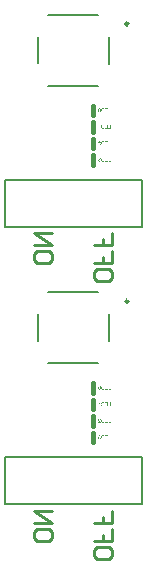
<source format=gbr>
%TF.GenerationSoftware,Altium Limited,Altium Designer,24.2.2 (26)*%
G04 Layer_Color=32896*
%FSLAX45Y45*%
%MOMM*%
%TF.SameCoordinates,E03CB206-BB87-4E68-BEA4-A169BFC7E2EA*%
%TF.FilePolarity,Positive*%
%TF.FileFunction,Legend,Bot*%
%TF.Part,CustomerPanel*%
G01*
G75*
%TA.AperFunction,NonConductor*%
%ADD43C,0.20000*%
%ADD44C,0.25000*%
%ADD49C,0.40000*%
%ADD50C,0.25400*%
G36*
X10833547Y7664994D02*
X10813322D01*
Y7668815D01*
X10829271D01*
Y7697347D01*
X10833547D01*
Y7664994D01*
D02*
G37*
G36*
X10808135D02*
X10783984D01*
Y7668815D01*
X10803858D01*
Y7679821D01*
X10785947D01*
Y7683642D01*
X10803858D01*
Y7693527D01*
X10784720D01*
Y7697347D01*
X10808135D01*
Y7664994D01*
D02*
G37*
G36*
X10778095D02*
X10766423D01*
X10765371Y7665029D01*
X10764390Y7665064D01*
X10763513Y7665170D01*
X10762742Y7665275D01*
X10762427Y7665310D01*
X10762146Y7665345D01*
X10761866Y7665415D01*
X10761656Y7665450D01*
X10761480Y7665485D01*
X10761375D01*
X10761305Y7665520D01*
X10761270D01*
X10760464Y7665765D01*
X10759693Y7666011D01*
X10759027Y7666291D01*
X10758466Y7666537D01*
X10758010Y7666782D01*
X10757660Y7666957D01*
X10757449Y7667097D01*
X10757414Y7667132D01*
X10757379D01*
X10756783Y7667588D01*
X10756223Y7668044D01*
X10755732Y7668535D01*
X10755311Y7669025D01*
X10754926Y7669446D01*
X10754680Y7669761D01*
X10754575Y7669902D01*
X10754505Y7670007D01*
X10754435Y7670042D01*
Y7670077D01*
X10753944Y7670813D01*
X10753524Y7671584D01*
X10753138Y7672390D01*
X10752823Y7673126D01*
X10752577Y7673792D01*
X10752472Y7674073D01*
X10752367Y7674318D01*
X10752332Y7674493D01*
X10752262Y7674634D01*
X10752227Y7674739D01*
Y7674774D01*
X10751946Y7675895D01*
X10751736Y7677017D01*
X10751561Y7678104D01*
X10751456Y7679120D01*
X10751420Y7679576D01*
X10751385Y7679997D01*
Y7680382D01*
X10751350Y7680698D01*
Y7680978D01*
Y7681153D01*
Y7681294D01*
Y7681329D01*
X10751420Y7682906D01*
X10751456Y7683642D01*
X10751561Y7684343D01*
X10751666Y7685009D01*
X10751771Y7685640D01*
X10751876Y7686236D01*
X10751981Y7686797D01*
X10752121Y7687287D01*
X10752227Y7687708D01*
X10752332Y7688094D01*
X10752437Y7688409D01*
X10752542Y7688654D01*
X10752577Y7688865D01*
X10752647Y7688970D01*
Y7689005D01*
X10753173Y7690197D01*
X10753769Y7691283D01*
X10754084Y7691774D01*
X10754400Y7692230D01*
X10754715Y7692650D01*
X10755031Y7693036D01*
X10755311Y7693386D01*
X10755592Y7693667D01*
X10755837Y7693947D01*
X10756047Y7694158D01*
X10756223Y7694333D01*
X10756363Y7694438D01*
X10756433Y7694508D01*
X10756468Y7694543D01*
X10757239Y7695139D01*
X10758045Y7695630D01*
X10758816Y7696015D01*
X10759553Y7696331D01*
X10760219Y7696576D01*
X10760499Y7696646D01*
X10760744Y7696716D01*
X10760920Y7696786D01*
X10761060Y7696822D01*
X10761165Y7696857D01*
X10761200D01*
X10761586Y7696927D01*
X10762006Y7697032D01*
X10762953Y7697137D01*
X10763899Y7697242D01*
X10764845Y7697277D01*
X10765266Y7697312D01*
X10765687D01*
X10766037Y7697347D01*
X10778095D01*
Y7664994D01*
D02*
G37*
G36*
X10737154Y7697417D02*
X10737785Y7697382D01*
X10738381Y7697277D01*
X10738942Y7697172D01*
X10739433Y7697032D01*
X10739923Y7696857D01*
X10740379Y7696681D01*
X10740765Y7696506D01*
X10741150Y7696331D01*
X10741466Y7696156D01*
X10741746Y7696015D01*
X10741956Y7695840D01*
X10742132Y7695735D01*
X10742272Y7695630D01*
X10742342Y7695595D01*
X10742377Y7695560D01*
X10742798Y7695174D01*
X10743183Y7694789D01*
X10743884Y7693912D01*
X10744515Y7693036D01*
X10745006Y7692160D01*
X10745216Y7691739D01*
X10745392Y7691388D01*
X10745532Y7691038D01*
X10745672Y7690758D01*
X10745742Y7690512D01*
X10745812Y7690302D01*
X10745882Y7690197D01*
Y7690162D01*
X10746093Y7689496D01*
X10746268Y7688760D01*
X10746548Y7687252D01*
X10746759Y7685710D01*
X10746829Y7684974D01*
X10746899Y7684238D01*
X10746934Y7683572D01*
X10746969Y7682941D01*
X10747004Y7682380D01*
Y7681889D01*
X10747039Y7681504D01*
Y7681188D01*
Y7681013D01*
Y7680943D01*
X10747004Y7679296D01*
X10746899Y7677753D01*
X10746759Y7676351D01*
X10746548Y7675054D01*
X10746303Y7673862D01*
X10746022Y7672776D01*
X10745742Y7671829D01*
X10745427Y7670953D01*
X10745146Y7670217D01*
X10744866Y7669551D01*
X10744585Y7669025D01*
X10744340Y7668570D01*
X10744130Y7668219D01*
X10743989Y7667974D01*
X10743884Y7667834D01*
X10743849Y7667798D01*
X10743323Y7667203D01*
X10742763Y7666712D01*
X10742167Y7666256D01*
X10741571Y7665871D01*
X10740975Y7665555D01*
X10740344Y7665275D01*
X10739748Y7665064D01*
X10739187Y7664889D01*
X10738626Y7664749D01*
X10738136Y7664644D01*
X10737680Y7664574D01*
X10737295Y7664539D01*
X10736979Y7664504D01*
X10736734Y7664469D01*
X10736523D01*
X10735857Y7664504D01*
X10735261Y7664539D01*
X10734666Y7664644D01*
X10734105Y7664749D01*
X10733579Y7664924D01*
X10733123Y7665064D01*
X10732668Y7665240D01*
X10732282Y7665415D01*
X10731896Y7665590D01*
X10731581Y7665765D01*
X10731301Y7665941D01*
X10731090Y7666081D01*
X10730915Y7666186D01*
X10730775Y7666291D01*
X10730705Y7666326D01*
X10730670Y7666361D01*
X10730249Y7666747D01*
X10729828Y7667132D01*
X10729127Y7668009D01*
X10728532Y7668885D01*
X10728041Y7669761D01*
X10727830Y7670182D01*
X10727655Y7670568D01*
X10727515Y7670883D01*
X10727375Y7671199D01*
X10727270Y7671409D01*
X10727235Y7671619D01*
X10727164Y7671724D01*
Y7671759D01*
X10726954Y7672425D01*
X10726779Y7673161D01*
X10726463Y7674669D01*
X10726253Y7676211D01*
X10726183Y7676947D01*
X10726113Y7677683D01*
X10726078Y7678349D01*
X10726043Y7678980D01*
X10726008Y7679506D01*
X10725973Y7679997D01*
Y7680382D01*
Y7680698D01*
Y7680873D01*
Y7680943D01*
Y7681819D01*
X10726008Y7682661D01*
X10726043Y7683432D01*
X10726078Y7684168D01*
X10726148Y7684834D01*
X10726218Y7685465D01*
X10726288Y7686026D01*
X10726323Y7686551D01*
X10726393Y7687007D01*
X10726463Y7687393D01*
X10726534Y7687743D01*
X10726604Y7688023D01*
X10726639Y7688269D01*
X10726674Y7688409D01*
X10726709Y7688514D01*
Y7688549D01*
X10726989Y7689566D01*
X10727340Y7690512D01*
X10727655Y7691318D01*
X10727971Y7692019D01*
X10728146Y7692300D01*
X10728251Y7692580D01*
X10728391Y7692826D01*
X10728496Y7693001D01*
X10728602Y7693141D01*
X10728637Y7693246D01*
X10728707Y7693316D01*
Y7693351D01*
X10729197Y7694052D01*
X10729758Y7694683D01*
X10730284Y7695209D01*
X10730810Y7695630D01*
X10731266Y7695980D01*
X10731616Y7696191D01*
X10731756Y7696296D01*
X10731861Y7696366D01*
X10731932Y7696401D01*
X10731967D01*
X10732738Y7696751D01*
X10733509Y7696997D01*
X10734280Y7697207D01*
X10734981Y7697312D01*
X10735612Y7697382D01*
X10735857Y7697417D01*
X10736103Y7697452D01*
X10736523D01*
X10737154Y7697417D01*
D02*
G37*
G36*
X10732054Y7556683D02*
X10732580Y7555912D01*
X10733176Y7555176D01*
X10733772Y7554545D01*
X10734298Y7553949D01*
X10734543Y7553739D01*
X10734718Y7553528D01*
X10734893Y7553353D01*
X10735034Y7553248D01*
X10735104Y7553178D01*
X10735139Y7553143D01*
X10736085Y7552336D01*
X10737102Y7551635D01*
X10738083Y7550969D01*
X10738995Y7550409D01*
X10739380Y7550198D01*
X10739766Y7549988D01*
X10740116Y7549778D01*
X10740397Y7549637D01*
X10740642Y7549532D01*
X10740817Y7549427D01*
X10740922Y7549392D01*
X10740957Y7549357D01*
Y7545536D01*
X10740256Y7545817D01*
X10739520Y7546132D01*
X10738819Y7546483D01*
X10738188Y7546798D01*
X10737627Y7547114D01*
X10737382Y7547219D01*
X10737172Y7547359D01*
X10736997Y7547429D01*
X10736891Y7547499D01*
X10736821Y7547569D01*
X10736786D01*
X10735945Y7548095D01*
X10735209Y7548586D01*
X10734543Y7549042D01*
X10734017Y7549462D01*
X10733561Y7549813D01*
X10733246Y7550058D01*
X10733071Y7550233D01*
X10733001Y7550303D01*
Y7525031D01*
X10729040D01*
Y7557489D01*
X10731599D01*
X10732054Y7556683D01*
D02*
G37*
G36*
X10830480Y7525031D02*
X10810255D01*
Y7528852D01*
X10826204D01*
Y7557384D01*
X10830480D01*
Y7525031D01*
D02*
G37*
G36*
X10805068D02*
X10780917D01*
Y7528852D01*
X10800791D01*
Y7539858D01*
X10782880D01*
Y7543679D01*
X10800791D01*
Y7553563D01*
X10781653D01*
Y7557384D01*
X10805068D01*
Y7525031D01*
D02*
G37*
G36*
X10775028D02*
X10763356D01*
X10762304Y7525066D01*
X10761323Y7525101D01*
X10760446Y7525206D01*
X10759675Y7525311D01*
X10759360Y7525346D01*
X10759079Y7525381D01*
X10758799Y7525452D01*
X10758589Y7525487D01*
X10758413Y7525522D01*
X10758308D01*
X10758238Y7525557D01*
X10758203D01*
X10757397Y7525802D01*
X10756626Y7526047D01*
X10755960Y7526328D01*
X10755399Y7526573D01*
X10754943Y7526819D01*
X10754593Y7526994D01*
X10754382Y7527134D01*
X10754347Y7527169D01*
X10754312D01*
X10753716Y7527625D01*
X10753156Y7528080D01*
X10752665Y7528571D01*
X10752244Y7529062D01*
X10751859Y7529483D01*
X10751613Y7529798D01*
X10751508Y7529938D01*
X10751438Y7530043D01*
X10751368Y7530078D01*
Y7530113D01*
X10750877Y7530850D01*
X10750457Y7531621D01*
X10750071Y7532427D01*
X10749755Y7533163D01*
X10749510Y7533829D01*
X10749405Y7534109D01*
X10749300Y7534355D01*
X10749265Y7534530D01*
X10749195Y7534670D01*
X10749160Y7534775D01*
Y7534810D01*
X10748879Y7535932D01*
X10748669Y7537054D01*
X10748494Y7538140D01*
X10748388Y7539157D01*
X10748353Y7539613D01*
X10748318Y7540033D01*
Y7540419D01*
X10748283Y7540734D01*
Y7541015D01*
Y7541190D01*
Y7541330D01*
Y7541365D01*
X10748353Y7542942D01*
X10748388Y7543679D01*
X10748494Y7544380D01*
X10748599Y7545046D01*
X10748704Y7545677D01*
X10748809Y7546272D01*
X10748914Y7546833D01*
X10749054Y7547324D01*
X10749160Y7547745D01*
X10749265Y7548130D01*
X10749370Y7548446D01*
X10749475Y7548691D01*
X10749510Y7548901D01*
X10749580Y7549006D01*
Y7549042D01*
X10750106Y7550233D01*
X10750702Y7551320D01*
X10751017Y7551811D01*
X10751333Y7552266D01*
X10751648Y7552687D01*
X10751964Y7553073D01*
X10752244Y7553423D01*
X10752525Y7553703D01*
X10752770Y7553984D01*
X10752980Y7554194D01*
X10753156Y7554369D01*
X10753296Y7554475D01*
X10753366Y7554545D01*
X10753401Y7554580D01*
X10754172Y7555176D01*
X10754978Y7555666D01*
X10755749Y7556052D01*
X10756485Y7556367D01*
X10757151Y7556613D01*
X10757432Y7556683D01*
X10757677Y7556753D01*
X10757852Y7556823D01*
X10757993Y7556858D01*
X10758098Y7556893D01*
X10758133D01*
X10758518Y7556963D01*
X10758939Y7557068D01*
X10759886Y7557174D01*
X10760832Y7557279D01*
X10761778Y7557314D01*
X10762199Y7557349D01*
X10762620D01*
X10762970Y7557384D01*
X10775028D01*
Y7525031D01*
D02*
G37*
G36*
X10737084Y7417754D02*
X10737891Y7417684D01*
X10738627Y7417579D01*
X10739328Y7417404D01*
X10739994Y7417228D01*
X10740590Y7417018D01*
X10741150Y7416808D01*
X10741641Y7416598D01*
X10742097Y7416352D01*
X10742482Y7416142D01*
X10742833Y7415932D01*
X10743113Y7415756D01*
X10743324Y7415581D01*
X10743464Y7415476D01*
X10743569Y7415406D01*
X10743604Y7415371D01*
X10744095Y7414915D01*
X10744515Y7414389D01*
X10744901Y7413864D01*
X10745252Y7413268D01*
X10745532Y7412707D01*
X10745812Y7412146D01*
X10746023Y7411550D01*
X10746198Y7411024D01*
X10746373Y7410499D01*
X10746478Y7410008D01*
X10746584Y7409552D01*
X10746654Y7409167D01*
X10746689Y7408851D01*
X10746724Y7408641D01*
X10746759Y7408501D01*
Y7408430D01*
X10742693Y7408010D01*
X10742658Y7408571D01*
X10742623Y7409096D01*
X10742412Y7410008D01*
X10742132Y7410849D01*
X10741992Y7411200D01*
X10741816Y7411515D01*
X10741676Y7411795D01*
X10741501Y7412041D01*
X10741361Y7412251D01*
X10741256Y7412426D01*
X10741115Y7412567D01*
X10741045Y7412672D01*
X10741010Y7412707D01*
X10740975Y7412742D01*
X10740625Y7413057D01*
X10740274Y7413338D01*
X10739889Y7413548D01*
X10739503Y7413758D01*
X10738732Y7414074D01*
X10737996Y7414284D01*
X10737365Y7414389D01*
X10737084Y7414459D01*
X10736839D01*
X10736629Y7414494D01*
X10735858D01*
X10735367Y7414424D01*
X10734491Y7414249D01*
X10733755Y7413969D01*
X10733089Y7413688D01*
X10732598Y7413373D01*
X10732387Y7413233D01*
X10732212Y7413092D01*
X10732072Y7412987D01*
X10731967Y7412917D01*
X10731932Y7412882D01*
X10731897Y7412847D01*
X10731581Y7412532D01*
X10731336Y7412216D01*
X10731091Y7411901D01*
X10730915Y7411550D01*
X10730600Y7410884D01*
X10730390Y7410253D01*
X10730284Y7409727D01*
X10730214Y7409482D01*
Y7409272D01*
X10730179Y7409131D01*
Y7408991D01*
Y7408921D01*
Y7408886D01*
X10730214Y7408465D01*
X10730249Y7408045D01*
X10730460Y7407204D01*
X10730775Y7406397D01*
X10731126Y7405661D01*
X10731476Y7405030D01*
X10731616Y7404785D01*
X10731792Y7404540D01*
X10731897Y7404364D01*
X10732002Y7404224D01*
X10732037Y7404154D01*
X10732072Y7404119D01*
X10732458Y7403628D01*
X10732913Y7403103D01*
X10733439Y7402542D01*
X10734000Y7401981D01*
X10735157Y7400824D01*
X10736348Y7399738D01*
X10736909Y7399212D01*
X10737470Y7398756D01*
X10737961Y7398335D01*
X10738381Y7397985D01*
X10738732Y7397669D01*
X10738977Y7397459D01*
X10739153Y7397284D01*
X10739223Y7397249D01*
X10739854Y7396723D01*
X10740414Y7396232D01*
X10740975Y7395777D01*
X10741466Y7395321D01*
X10741957Y7394900D01*
X10742377Y7394480D01*
X10742763Y7394129D01*
X10743113Y7393779D01*
X10743429Y7393463D01*
X10743674Y7393183D01*
X10743920Y7392937D01*
X10744095Y7392762D01*
X10744270Y7392587D01*
X10744375Y7392482D01*
X10744410Y7392412D01*
X10744445Y7392377D01*
X10745076Y7391605D01*
X10745602Y7390834D01*
X10746058Y7390098D01*
X10746408Y7389432D01*
X10746689Y7388871D01*
X10746794Y7388626D01*
X10746899Y7388451D01*
X10746969Y7388276D01*
X10747004Y7388170D01*
X10747039Y7388100D01*
Y7388065D01*
X10747214Y7387575D01*
X10747320Y7387084D01*
X10747425Y7386628D01*
X10747460Y7386207D01*
X10747495Y7385857D01*
Y7385577D01*
Y7385401D01*
Y7385331D01*
X10726078D01*
Y7389152D01*
X10742027D01*
X10741466Y7389923D01*
X10741186Y7390274D01*
X10740905Y7390589D01*
X10740660Y7390869D01*
X10740484Y7391080D01*
X10740344Y7391220D01*
X10740309Y7391255D01*
X10740099Y7391465D01*
X10739818Y7391746D01*
X10739503Y7392026D01*
X10739153Y7392342D01*
X10738416Y7393043D01*
X10737645Y7393709D01*
X10736909Y7394340D01*
X10736594Y7394620D01*
X10736278Y7394865D01*
X10736068Y7395076D01*
X10735858Y7395216D01*
X10735752Y7395321D01*
X10735717Y7395356D01*
X10734946Y7396022D01*
X10734210Y7396653D01*
X10733544Y7397214D01*
X10732948Y7397775D01*
X10732387Y7398265D01*
X10731897Y7398756D01*
X10731441Y7399177D01*
X10731020Y7399562D01*
X10730670Y7399878D01*
X10730390Y7400193D01*
X10730144Y7400439D01*
X10729934Y7400649D01*
X10729794Y7400824D01*
X10729653Y7400929D01*
X10729618Y7400999D01*
X10729583Y7401034D01*
X10728917Y7401806D01*
X10728392Y7402507D01*
X10727936Y7403173D01*
X10727550Y7403769D01*
X10727270Y7404259D01*
X10727060Y7404645D01*
X10726989Y7404785D01*
X10726954Y7404890D01*
X10726919Y7404925D01*
Y7404960D01*
X10726639Y7405661D01*
X10726464Y7406362D01*
X10726323Y7406993D01*
X10726218Y7407589D01*
X10726148Y7408080D01*
X10726113Y7408465D01*
Y7408606D01*
Y7408711D01*
Y7408746D01*
Y7408781D01*
X10726148Y7409482D01*
X10726218Y7410148D01*
X10726359Y7410779D01*
X10726534Y7411410D01*
X10726744Y7411971D01*
X10726989Y7412496D01*
X10727235Y7412987D01*
X10727480Y7413408D01*
X10727726Y7413828D01*
X10727971Y7414179D01*
X10728216Y7414494D01*
X10728427Y7414740D01*
X10728602Y7414915D01*
X10728742Y7415090D01*
X10728812Y7415160D01*
X10728847Y7415195D01*
X10729373Y7415651D01*
X10729934Y7416037D01*
X10730530Y7416387D01*
X10731161Y7416703D01*
X10731757Y7416948D01*
X10732387Y7417158D01*
X10732983Y7417334D01*
X10733579Y7417474D01*
X10734105Y7417579D01*
X10734631Y7417649D01*
X10735086Y7417719D01*
X10735472Y7417754D01*
X10735788Y7417789D01*
X10736243D01*
X10737084Y7417754D01*
D02*
G37*
G36*
X10833442Y7385331D02*
X10813217D01*
Y7389152D01*
X10829166D01*
Y7417684D01*
X10833442D01*
Y7385331D01*
D02*
G37*
G36*
X10808030D02*
X10783879D01*
Y7389152D01*
X10803753D01*
Y7400158D01*
X10785842D01*
Y7403979D01*
X10803753D01*
Y7413864D01*
X10784615D01*
Y7417684D01*
X10808030D01*
Y7385331D01*
D02*
G37*
G36*
X10777990D02*
X10766318D01*
X10765266Y7385366D01*
X10764285Y7385401D01*
X10763408Y7385506D01*
X10762637Y7385612D01*
X10762322Y7385647D01*
X10762041Y7385682D01*
X10761761Y7385752D01*
X10761551Y7385787D01*
X10761375Y7385822D01*
X10761270D01*
X10761200Y7385857D01*
X10761165D01*
X10760359Y7386102D01*
X10759588Y7386348D01*
X10758922Y7386628D01*
X10758361Y7386873D01*
X10757905Y7387119D01*
X10757555Y7387294D01*
X10757344Y7387434D01*
X10757309Y7387469D01*
X10757274D01*
X10756679Y7387925D01*
X10756118Y7388381D01*
X10755627Y7388871D01*
X10755206Y7389362D01*
X10754821Y7389783D01*
X10754575Y7390098D01*
X10754470Y7390238D01*
X10754400Y7390344D01*
X10754330Y7390379D01*
Y7390414D01*
X10753839Y7391150D01*
X10753419Y7391921D01*
X10753033Y7392727D01*
X10752718Y7393463D01*
X10752472Y7394129D01*
X10752367Y7394410D01*
X10752262Y7394655D01*
X10752227Y7394830D01*
X10752157Y7394970D01*
X10752122Y7395076D01*
Y7395111D01*
X10751841Y7396232D01*
X10751631Y7397354D01*
X10751456Y7398441D01*
X10751351Y7399457D01*
X10751316Y7399913D01*
X10751281Y7400333D01*
Y7400719D01*
X10751245Y7401034D01*
Y7401315D01*
Y7401490D01*
Y7401630D01*
Y7401665D01*
X10751316Y7403243D01*
X10751351Y7403979D01*
X10751456Y7404680D01*
X10751561Y7405346D01*
X10751666Y7405977D01*
X10751771Y7406573D01*
X10751876Y7407134D01*
X10752017Y7407624D01*
X10752122Y7408045D01*
X10752227Y7408430D01*
X10752332Y7408746D01*
X10752437Y7408991D01*
X10752472Y7409202D01*
X10752542Y7409307D01*
Y7409342D01*
X10753068Y7410534D01*
X10753664Y7411620D01*
X10753980Y7412111D01*
X10754295Y7412567D01*
X10754610Y7412987D01*
X10754926Y7413373D01*
X10755206Y7413723D01*
X10755487Y7414004D01*
X10755732Y7414284D01*
X10755942Y7414494D01*
X10756118Y7414670D01*
X10756258Y7414775D01*
X10756328Y7414845D01*
X10756363Y7414880D01*
X10757134Y7415476D01*
X10757940Y7415967D01*
X10758712Y7416352D01*
X10759448Y7416668D01*
X10760114Y7416913D01*
X10760394Y7416983D01*
X10760639Y7417053D01*
X10760815Y7417123D01*
X10760955Y7417158D01*
X10761060Y7417193D01*
X10761095D01*
X10761481Y7417264D01*
X10761901Y7417369D01*
X10762848Y7417474D01*
X10763794Y7417579D01*
X10764740Y7417614D01*
X10765161Y7417649D01*
X10765582D01*
X10765932Y7417684D01*
X10777990D01*
Y7385331D01*
D02*
G37*
G36*
X10737698Y7278334D02*
X10738364Y7278264D01*
X10738995Y7278159D01*
X10739625Y7278019D01*
X10740186Y7277844D01*
X10740712Y7277668D01*
X10741203Y7277458D01*
X10741623Y7277283D01*
X10742044Y7277073D01*
X10742395Y7276862D01*
X10742675Y7276687D01*
X10742955Y7276512D01*
X10743131Y7276372D01*
X10743306Y7276266D01*
X10743376Y7276196D01*
X10743411Y7276161D01*
X10743867Y7275741D01*
X10744287Y7275250D01*
X10744673Y7274759D01*
X10745023Y7274268D01*
X10745339Y7273743D01*
X10745584Y7273252D01*
X10746040Y7272235D01*
X10746215Y7271780D01*
X10746355Y7271359D01*
X10746461Y7270974D01*
X10746566Y7270658D01*
X10746636Y7270378D01*
X10746671Y7270167D01*
X10746706Y7270027D01*
Y7269992D01*
X10742745Y7269291D01*
X10742535Y7270308D01*
X10742254Y7271184D01*
X10741939Y7271955D01*
X10741588Y7272551D01*
X10741308Y7273042D01*
X10741028Y7273357D01*
X10740852Y7273567D01*
X10740782Y7273637D01*
X10740151Y7274128D01*
X10739520Y7274479D01*
X10738854Y7274759D01*
X10738258Y7274934D01*
X10737698Y7275040D01*
X10737487Y7275075D01*
X10737277D01*
X10737102Y7275110D01*
X10736891D01*
X10736050Y7275040D01*
X10735314Y7274899D01*
X10734648Y7274654D01*
X10734087Y7274409D01*
X10733667Y7274128D01*
X10733351Y7273883D01*
X10733141Y7273743D01*
X10733071Y7273673D01*
X10732790Y7273392D01*
X10732580Y7273112D01*
X10732194Y7272481D01*
X10731914Y7271885D01*
X10731739Y7271324D01*
X10731634Y7270798D01*
X10731599Y7270413D01*
X10731563Y7270237D01*
Y7270132D01*
Y7270062D01*
Y7270027D01*
X10731599Y7269536D01*
X10731669Y7269081D01*
X10731739Y7268625D01*
X10731879Y7268239D01*
X10732229Y7267538D01*
X10732580Y7266978D01*
X10732966Y7266522D01*
X10733316Y7266206D01*
X10733456Y7266101D01*
X10733526Y7266031D01*
X10733597Y7265961D01*
X10733632D01*
X10734403Y7265505D01*
X10735209Y7265190D01*
X10735980Y7264945D01*
X10736681Y7264804D01*
X10737277Y7264699D01*
X10737522Y7264664D01*
X10737768D01*
X10737943Y7264629D01*
X10738399D01*
X10738609Y7264664D01*
X10738784Y7264699D01*
X10738854D01*
X10739275Y7261229D01*
X10738679Y7261369D01*
X10738118Y7261474D01*
X10737663Y7261545D01*
X10737242Y7261615D01*
X10736926D01*
X10736681Y7261650D01*
X10736471D01*
X10735980Y7261615D01*
X10735489Y7261580D01*
X10734613Y7261369D01*
X10733842Y7261089D01*
X10733176Y7260773D01*
X10732650Y7260423D01*
X10732440Y7260283D01*
X10732265Y7260142D01*
X10732124Y7260037D01*
X10732019Y7259932D01*
X10731984Y7259897D01*
X10731949Y7259862D01*
X10731634Y7259512D01*
X10731353Y7259161D01*
X10731108Y7258810D01*
X10730898Y7258425D01*
X10730582Y7257689D01*
X10730337Y7256953D01*
X10730232Y7256322D01*
X10730196Y7256076D01*
X10730161Y7255831D01*
X10730126Y7255656D01*
Y7255481D01*
Y7255410D01*
Y7255375D01*
X10730161Y7254850D01*
X10730196Y7254359D01*
X10730442Y7253412D01*
X10730722Y7252606D01*
X10731073Y7251905D01*
X10731283Y7251590D01*
X10731458Y7251344D01*
X10731599Y7251099D01*
X10731739Y7250924D01*
X10731879Y7250784D01*
X10731984Y7250678D01*
X10732019Y7250608D01*
X10732054Y7250573D01*
X10732440Y7250223D01*
X10732825Y7249942D01*
X10733211Y7249697D01*
X10733597Y7249452D01*
X10734403Y7249101D01*
X10735174Y7248891D01*
X10735805Y7248751D01*
X10736120Y7248715D01*
X10736331Y7248680D01*
X10736541Y7248645D01*
X10736821D01*
X10737663Y7248715D01*
X10738469Y7248891D01*
X10739135Y7249101D01*
X10739731Y7249381D01*
X10740221Y7249662D01*
X10740572Y7249872D01*
X10740677Y7249977D01*
X10740782Y7250047D01*
X10740817Y7250118D01*
X10740852D01*
X10741133Y7250433D01*
X10741413Y7250749D01*
X10741904Y7251485D01*
X10742289Y7252291D01*
X10742605Y7253097D01*
X10742850Y7253833D01*
X10742920Y7254149D01*
X10742990Y7254429D01*
X10743061Y7254674D01*
X10743096Y7254850D01*
X10743131Y7254955D01*
Y7254990D01*
X10747092Y7254464D01*
X10746986Y7253728D01*
X10746846Y7253027D01*
X10746636Y7252361D01*
X10746426Y7251730D01*
X10746180Y7251134D01*
X10745900Y7250608D01*
X10745619Y7250083D01*
X10745339Y7249662D01*
X10745059Y7249241D01*
X10744813Y7248891D01*
X10744568Y7248575D01*
X10744357Y7248330D01*
X10744147Y7248120D01*
X10744007Y7247979D01*
X10743937Y7247909D01*
X10743902Y7247874D01*
X10743376Y7247419D01*
X10742780Y7247033D01*
X10742219Y7246718D01*
X10741623Y7246402D01*
X10741028Y7246157D01*
X10740432Y7245981D01*
X10739871Y7245806D01*
X10739310Y7245666D01*
X10738784Y7245561D01*
X10738329Y7245491D01*
X10737908Y7245421D01*
X10737522Y7245386D01*
X10737242D01*
X10736997Y7245351D01*
X10736821D01*
X10735945Y7245386D01*
X10735139Y7245491D01*
X10734368Y7245631D01*
X10733632Y7245806D01*
X10732931Y7246016D01*
X10732300Y7246262D01*
X10731704Y7246542D01*
X10731178Y7246823D01*
X10730687Y7247068D01*
X10730267Y7247348D01*
X10729881Y7247594D01*
X10729601Y7247804D01*
X10729355Y7247979D01*
X10729180Y7248120D01*
X10729075Y7248225D01*
X10729040Y7248260D01*
X10728479Y7248821D01*
X10728023Y7249417D01*
X10727603Y7250012D01*
X10727252Y7250643D01*
X10726937Y7251239D01*
X10726691Y7251835D01*
X10726481Y7252396D01*
X10726306Y7252957D01*
X10726165Y7253483D01*
X10726095Y7253938D01*
X10726025Y7254359D01*
X10725955Y7254744D01*
Y7255025D01*
X10725920Y7255270D01*
Y7255410D01*
Y7255445D01*
Y7256006D01*
X10725990Y7256567D01*
X10726165Y7257584D01*
X10726446Y7258460D01*
X10726586Y7258846D01*
X10726726Y7259196D01*
X10726867Y7259547D01*
X10727007Y7259827D01*
X10727147Y7260072D01*
X10727287Y7260248D01*
X10727392Y7260423D01*
X10727462Y7260528D01*
X10727497Y7260598D01*
X10727533Y7260633D01*
X10728163Y7261369D01*
X10728900Y7261965D01*
X10729636Y7262421D01*
X10730337Y7262806D01*
X10731003Y7263087D01*
X10731283Y7263192D01*
X10731493Y7263262D01*
X10731704Y7263332D01*
X10731844Y7263367D01*
X10731949Y7263402D01*
X10731984D01*
X10731213Y7263823D01*
X10730547Y7264244D01*
X10729951Y7264699D01*
X10729495Y7265155D01*
X10729110Y7265540D01*
X10728864Y7265856D01*
X10728689Y7266066D01*
X10728654Y7266101D01*
Y7266136D01*
X10728269Y7266802D01*
X10727988Y7267468D01*
X10727778Y7268099D01*
X10727638Y7268695D01*
X10727568Y7269186D01*
X10727497Y7269606D01*
Y7269747D01*
Y7269852D01*
Y7269922D01*
Y7269957D01*
X10727533Y7270763D01*
X10727673Y7271534D01*
X10727883Y7272235D01*
X10728093Y7272866D01*
X10728304Y7273392D01*
X10728409Y7273602D01*
X10728514Y7273778D01*
X10728584Y7273918D01*
X10728654Y7274058D01*
X10728689Y7274093D01*
Y7274128D01*
X10729180Y7274829D01*
X10729741Y7275425D01*
X10730302Y7275951D01*
X10730862Y7276407D01*
X10731353Y7276757D01*
X10731739Y7277002D01*
X10731914Y7277108D01*
X10732019Y7277178D01*
X10732089Y7277213D01*
X10732124D01*
X10732966Y7277598D01*
X10733807Y7277879D01*
X10734648Y7278089D01*
X10735384Y7278229D01*
X10736050Y7278299D01*
X10736296Y7278334D01*
X10736541Y7278369D01*
X10736997D01*
X10737698Y7278334D01*
D02*
G37*
G36*
X10833600Y7245911D02*
X10813375D01*
Y7249732D01*
X10829324D01*
Y7278264D01*
X10833600D01*
Y7245911D01*
D02*
G37*
G36*
X10808187D02*
X10784036D01*
Y7249732D01*
X10803911D01*
Y7260738D01*
X10785999D01*
Y7264559D01*
X10803911D01*
Y7274444D01*
X10784772D01*
Y7278264D01*
X10808187D01*
Y7245911D01*
D02*
G37*
G36*
X10778148D02*
X10766475D01*
X10765424Y7245946D01*
X10764442Y7245981D01*
X10763566Y7246087D01*
X10762795Y7246192D01*
X10762479Y7246227D01*
X10762199Y7246262D01*
X10761919Y7246332D01*
X10761708Y7246367D01*
X10761533Y7246402D01*
X10761428D01*
X10761358Y7246437D01*
X10761323D01*
X10760516Y7246682D01*
X10759745Y7246928D01*
X10759079Y7247208D01*
X10758518Y7247454D01*
X10758063Y7247699D01*
X10757712Y7247874D01*
X10757502Y7248014D01*
X10757467Y7248050D01*
X10757432D01*
X10756836Y7248505D01*
X10756275Y7248961D01*
X10755784Y7249452D01*
X10755364Y7249942D01*
X10754978Y7250363D01*
X10754733Y7250678D01*
X10754628Y7250819D01*
X10754558Y7250924D01*
X10754488Y7250959D01*
Y7250994D01*
X10753997Y7251730D01*
X10753576Y7252501D01*
X10753191Y7253307D01*
X10752875Y7254043D01*
X10752630Y7254709D01*
X10752525Y7254990D01*
X10752419Y7255235D01*
X10752384Y7255410D01*
X10752314Y7255551D01*
X10752279Y7255656D01*
Y7255691D01*
X10751999Y7256813D01*
X10751789Y7257934D01*
X10751613Y7259021D01*
X10751508Y7260037D01*
X10751473Y7260493D01*
X10751438Y7260914D01*
Y7261299D01*
X10751403Y7261615D01*
Y7261895D01*
Y7262070D01*
Y7262211D01*
Y7262246D01*
X10751473Y7263823D01*
X10751508Y7264559D01*
X10751613Y7265260D01*
X10751718Y7265926D01*
X10751824Y7266557D01*
X10751929Y7267153D01*
X10752034Y7267714D01*
X10752174Y7268204D01*
X10752279Y7268625D01*
X10752384Y7269011D01*
X10752490Y7269326D01*
X10752595Y7269571D01*
X10752630Y7269782D01*
X10752700Y7269887D01*
Y7269922D01*
X10753226Y7271114D01*
X10753822Y7272200D01*
X10754137Y7272691D01*
X10754452Y7273147D01*
X10754768Y7273567D01*
X10755083Y7273953D01*
X10755364Y7274303D01*
X10755644Y7274584D01*
X10755890Y7274864D01*
X10756100Y7275075D01*
X10756275Y7275250D01*
X10756415Y7275355D01*
X10756485Y7275425D01*
X10756521Y7275460D01*
X10757292Y7276056D01*
X10758098Y7276547D01*
X10758869Y7276932D01*
X10759605Y7277248D01*
X10760271Y7277493D01*
X10760552Y7277563D01*
X10760797Y7277633D01*
X10760972Y7277704D01*
X10761112Y7277739D01*
X10761217Y7277774D01*
X10761253D01*
X10761638Y7277844D01*
X10762059Y7277949D01*
X10763005Y7278054D01*
X10763952Y7278159D01*
X10764898Y7278194D01*
X10765319Y7278229D01*
X10765739D01*
X10766090Y7278264D01*
X10778148D01*
Y7245911D01*
D02*
G37*
G36*
X10833547Y5315494D02*
X10813322D01*
Y5319315D01*
X10829271D01*
Y5347847D01*
X10833547D01*
Y5315494D01*
D02*
G37*
G36*
X10808135D02*
X10783984D01*
Y5319315D01*
X10803858D01*
Y5330321D01*
X10785947D01*
Y5334142D01*
X10803858D01*
Y5344027D01*
X10784720D01*
Y5347847D01*
X10808135D01*
Y5315494D01*
D02*
G37*
G36*
X10778095D02*
X10766423D01*
X10765371Y5315529D01*
X10764390Y5315564D01*
X10763513Y5315670D01*
X10762742Y5315775D01*
X10762427Y5315810D01*
X10762146Y5315845D01*
X10761866Y5315915D01*
X10761656Y5315950D01*
X10761480Y5315985D01*
X10761375D01*
X10761305Y5316020D01*
X10761270D01*
X10760464Y5316265D01*
X10759693Y5316511D01*
X10759027Y5316791D01*
X10758466Y5317037D01*
X10758010Y5317282D01*
X10757660Y5317457D01*
X10757449Y5317597D01*
X10757414Y5317632D01*
X10757379D01*
X10756783Y5318088D01*
X10756223Y5318544D01*
X10755732Y5319035D01*
X10755311Y5319525D01*
X10754926Y5319946D01*
X10754680Y5320261D01*
X10754575Y5320402D01*
X10754505Y5320507D01*
X10754435Y5320542D01*
Y5320577D01*
X10753944Y5321313D01*
X10753524Y5322084D01*
X10753138Y5322890D01*
X10752823Y5323626D01*
X10752577Y5324292D01*
X10752472Y5324573D01*
X10752367Y5324818D01*
X10752332Y5324993D01*
X10752262Y5325134D01*
X10752227Y5325239D01*
Y5325274D01*
X10751946Y5326395D01*
X10751736Y5327517D01*
X10751561Y5328604D01*
X10751456Y5329620D01*
X10751420Y5330076D01*
X10751385Y5330497D01*
Y5330882D01*
X10751350Y5331198D01*
Y5331478D01*
Y5331653D01*
Y5331794D01*
Y5331829D01*
X10751420Y5333406D01*
X10751456Y5334142D01*
X10751561Y5334843D01*
X10751666Y5335509D01*
X10751771Y5336140D01*
X10751876Y5336736D01*
X10751981Y5337297D01*
X10752121Y5337787D01*
X10752227Y5338208D01*
X10752332Y5338594D01*
X10752437Y5338909D01*
X10752542Y5339154D01*
X10752577Y5339365D01*
X10752647Y5339470D01*
Y5339505D01*
X10753173Y5340697D01*
X10753769Y5341783D01*
X10754084Y5342274D01*
X10754400Y5342730D01*
X10754715Y5343150D01*
X10755031Y5343536D01*
X10755311Y5343886D01*
X10755592Y5344167D01*
X10755837Y5344447D01*
X10756047Y5344658D01*
X10756223Y5344833D01*
X10756363Y5344938D01*
X10756433Y5345008D01*
X10756468Y5345043D01*
X10757239Y5345639D01*
X10758045Y5346130D01*
X10758816Y5346515D01*
X10759553Y5346831D01*
X10760219Y5347076D01*
X10760499Y5347146D01*
X10760744Y5347216D01*
X10760920Y5347286D01*
X10761060Y5347322D01*
X10761165Y5347357D01*
X10761200D01*
X10761586Y5347427D01*
X10762006Y5347532D01*
X10762953Y5347637D01*
X10763899Y5347742D01*
X10764845Y5347777D01*
X10765266Y5347812D01*
X10765687D01*
X10766037Y5347847D01*
X10778095D01*
Y5315494D01*
D02*
G37*
G36*
X10737154Y5347917D02*
X10737785Y5347882D01*
X10738381Y5347777D01*
X10738942Y5347672D01*
X10739433Y5347532D01*
X10739923Y5347357D01*
X10740379Y5347181D01*
X10740765Y5347006D01*
X10741150Y5346831D01*
X10741466Y5346656D01*
X10741746Y5346515D01*
X10741956Y5346340D01*
X10742132Y5346235D01*
X10742272Y5346130D01*
X10742342Y5346095D01*
X10742377Y5346060D01*
X10742798Y5345674D01*
X10743183Y5345289D01*
X10743884Y5344412D01*
X10744515Y5343536D01*
X10745006Y5342660D01*
X10745216Y5342239D01*
X10745392Y5341888D01*
X10745532Y5341538D01*
X10745672Y5341258D01*
X10745742Y5341012D01*
X10745812Y5340802D01*
X10745882Y5340697D01*
Y5340662D01*
X10746093Y5339996D01*
X10746268Y5339260D01*
X10746548Y5337752D01*
X10746759Y5336210D01*
X10746829Y5335474D01*
X10746899Y5334738D01*
X10746934Y5334072D01*
X10746969Y5333441D01*
X10747004Y5332880D01*
Y5332389D01*
X10747039Y5332004D01*
Y5331688D01*
Y5331513D01*
Y5331443D01*
X10747004Y5329796D01*
X10746899Y5328253D01*
X10746759Y5326851D01*
X10746548Y5325554D01*
X10746303Y5324362D01*
X10746022Y5323276D01*
X10745742Y5322329D01*
X10745427Y5321453D01*
X10745146Y5320717D01*
X10744866Y5320051D01*
X10744585Y5319525D01*
X10744340Y5319070D01*
X10744130Y5318719D01*
X10743989Y5318474D01*
X10743884Y5318334D01*
X10743849Y5318298D01*
X10743323Y5317703D01*
X10742763Y5317212D01*
X10742167Y5316756D01*
X10741571Y5316371D01*
X10740975Y5316055D01*
X10740344Y5315775D01*
X10739748Y5315564D01*
X10739187Y5315389D01*
X10738626Y5315249D01*
X10738136Y5315144D01*
X10737680Y5315074D01*
X10737295Y5315039D01*
X10736979Y5315004D01*
X10736734Y5314969D01*
X10736523D01*
X10735857Y5315004D01*
X10735261Y5315039D01*
X10734666Y5315144D01*
X10734105Y5315249D01*
X10733579Y5315424D01*
X10733123Y5315564D01*
X10732668Y5315740D01*
X10732282Y5315915D01*
X10731896Y5316090D01*
X10731581Y5316265D01*
X10731301Y5316441D01*
X10731090Y5316581D01*
X10730915Y5316686D01*
X10730775Y5316791D01*
X10730705Y5316826D01*
X10730670Y5316861D01*
X10730249Y5317247D01*
X10729828Y5317632D01*
X10729127Y5318509D01*
X10728532Y5319385D01*
X10728041Y5320261D01*
X10727830Y5320682D01*
X10727655Y5321068D01*
X10727515Y5321383D01*
X10727375Y5321699D01*
X10727270Y5321909D01*
X10727235Y5322119D01*
X10727164Y5322224D01*
Y5322259D01*
X10726954Y5322925D01*
X10726779Y5323661D01*
X10726463Y5325169D01*
X10726253Y5326711D01*
X10726183Y5327447D01*
X10726113Y5328183D01*
X10726078Y5328849D01*
X10726043Y5329480D01*
X10726008Y5330006D01*
X10725973Y5330497D01*
Y5330882D01*
Y5331198D01*
Y5331373D01*
Y5331443D01*
Y5332319D01*
X10726008Y5333161D01*
X10726043Y5333932D01*
X10726078Y5334668D01*
X10726148Y5335334D01*
X10726218Y5335965D01*
X10726288Y5336526D01*
X10726323Y5337051D01*
X10726393Y5337507D01*
X10726463Y5337893D01*
X10726534Y5338243D01*
X10726604Y5338523D01*
X10726639Y5338769D01*
X10726674Y5338909D01*
X10726709Y5339014D01*
Y5339049D01*
X10726989Y5340066D01*
X10727340Y5341012D01*
X10727655Y5341818D01*
X10727971Y5342519D01*
X10728146Y5342800D01*
X10728251Y5343080D01*
X10728391Y5343326D01*
X10728496Y5343501D01*
X10728602Y5343641D01*
X10728637Y5343746D01*
X10728707Y5343816D01*
Y5343851D01*
X10729197Y5344552D01*
X10729758Y5345183D01*
X10730284Y5345709D01*
X10730810Y5346130D01*
X10731266Y5346480D01*
X10731616Y5346691D01*
X10731756Y5346796D01*
X10731861Y5346866D01*
X10731932Y5346901D01*
X10731967D01*
X10732738Y5347251D01*
X10733509Y5347497D01*
X10734280Y5347707D01*
X10734981Y5347812D01*
X10735612Y5347882D01*
X10735857Y5347917D01*
X10736103Y5347952D01*
X10736523D01*
X10737154Y5347917D01*
D02*
G37*
G36*
X10732054Y5207183D02*
X10732580Y5206412D01*
X10733176Y5205676D01*
X10733772Y5205045D01*
X10734298Y5204449D01*
X10734543Y5204239D01*
X10734718Y5204028D01*
X10734893Y5203853D01*
X10735034Y5203748D01*
X10735104Y5203678D01*
X10735139Y5203643D01*
X10736085Y5202836D01*
X10737102Y5202135D01*
X10738083Y5201469D01*
X10738995Y5200909D01*
X10739380Y5200698D01*
X10739766Y5200488D01*
X10740116Y5200278D01*
X10740397Y5200137D01*
X10740642Y5200032D01*
X10740817Y5199927D01*
X10740922Y5199892D01*
X10740957Y5199857D01*
Y5196036D01*
X10740256Y5196317D01*
X10739520Y5196632D01*
X10738819Y5196983D01*
X10738188Y5197298D01*
X10737627Y5197614D01*
X10737382Y5197719D01*
X10737172Y5197859D01*
X10736997Y5197929D01*
X10736891Y5197999D01*
X10736821Y5198069D01*
X10736786D01*
X10735945Y5198595D01*
X10735209Y5199086D01*
X10734543Y5199542D01*
X10734017Y5199962D01*
X10733561Y5200313D01*
X10733246Y5200558D01*
X10733071Y5200733D01*
X10733001Y5200803D01*
Y5175531D01*
X10729040D01*
Y5207989D01*
X10731599D01*
X10732054Y5207183D01*
D02*
G37*
G36*
X10830480Y5175531D02*
X10810255D01*
Y5179352D01*
X10826204D01*
Y5207884D01*
X10830480D01*
Y5175531D01*
D02*
G37*
G36*
X10805068D02*
X10780917D01*
Y5179352D01*
X10800791D01*
Y5190358D01*
X10782880D01*
Y5194179D01*
X10800791D01*
Y5204063D01*
X10781653D01*
Y5207884D01*
X10805068D01*
Y5175531D01*
D02*
G37*
G36*
X10775028D02*
X10763356D01*
X10762304Y5175566D01*
X10761323Y5175601D01*
X10760446Y5175706D01*
X10759675Y5175811D01*
X10759360Y5175846D01*
X10759079Y5175881D01*
X10758799Y5175952D01*
X10758589Y5175987D01*
X10758413Y5176022D01*
X10758308D01*
X10758238Y5176057D01*
X10758203D01*
X10757397Y5176302D01*
X10756626Y5176547D01*
X10755960Y5176828D01*
X10755399Y5177073D01*
X10754943Y5177319D01*
X10754593Y5177494D01*
X10754382Y5177634D01*
X10754347Y5177669D01*
X10754312D01*
X10753716Y5178125D01*
X10753156Y5178580D01*
X10752665Y5179071D01*
X10752244Y5179562D01*
X10751859Y5179983D01*
X10751613Y5180298D01*
X10751508Y5180438D01*
X10751438Y5180543D01*
X10751368Y5180578D01*
Y5180613D01*
X10750877Y5181350D01*
X10750457Y5182121D01*
X10750071Y5182927D01*
X10749755Y5183663D01*
X10749510Y5184329D01*
X10749405Y5184609D01*
X10749300Y5184855D01*
X10749265Y5185030D01*
X10749195Y5185170D01*
X10749160Y5185275D01*
Y5185310D01*
X10748879Y5186432D01*
X10748669Y5187554D01*
X10748494Y5188640D01*
X10748388Y5189657D01*
X10748353Y5190113D01*
X10748318Y5190533D01*
Y5190919D01*
X10748283Y5191234D01*
Y5191515D01*
Y5191690D01*
Y5191830D01*
Y5191865D01*
X10748353Y5193442D01*
X10748388Y5194179D01*
X10748494Y5194880D01*
X10748599Y5195546D01*
X10748704Y5196177D01*
X10748809Y5196772D01*
X10748914Y5197333D01*
X10749054Y5197824D01*
X10749160Y5198245D01*
X10749265Y5198630D01*
X10749370Y5198946D01*
X10749475Y5199191D01*
X10749510Y5199401D01*
X10749580Y5199506D01*
Y5199542D01*
X10750106Y5200733D01*
X10750702Y5201820D01*
X10751017Y5202311D01*
X10751333Y5202766D01*
X10751648Y5203187D01*
X10751964Y5203573D01*
X10752244Y5203923D01*
X10752525Y5204203D01*
X10752770Y5204484D01*
X10752980Y5204694D01*
X10753156Y5204869D01*
X10753296Y5204975D01*
X10753366Y5205045D01*
X10753401Y5205080D01*
X10754172Y5205676D01*
X10754978Y5206166D01*
X10755749Y5206552D01*
X10756485Y5206867D01*
X10757151Y5207113D01*
X10757432Y5207183D01*
X10757677Y5207253D01*
X10757852Y5207323D01*
X10757993Y5207358D01*
X10758098Y5207393D01*
X10758133D01*
X10758518Y5207463D01*
X10758939Y5207568D01*
X10759886Y5207674D01*
X10760832Y5207779D01*
X10761778Y5207814D01*
X10762199Y5207849D01*
X10762620D01*
X10762970Y5207884D01*
X10775028D01*
Y5175531D01*
D02*
G37*
G36*
X10737084Y5068254D02*
X10737891Y5068184D01*
X10738627Y5068079D01*
X10739328Y5067904D01*
X10739994Y5067728D01*
X10740590Y5067518D01*
X10741150Y5067308D01*
X10741641Y5067098D01*
X10742097Y5066852D01*
X10742482Y5066642D01*
X10742833Y5066432D01*
X10743113Y5066256D01*
X10743324Y5066081D01*
X10743464Y5065976D01*
X10743569Y5065906D01*
X10743604Y5065871D01*
X10744095Y5065415D01*
X10744515Y5064889D01*
X10744901Y5064364D01*
X10745252Y5063768D01*
X10745532Y5063207D01*
X10745812Y5062646D01*
X10746023Y5062050D01*
X10746198Y5061524D01*
X10746373Y5060999D01*
X10746478Y5060508D01*
X10746584Y5060052D01*
X10746654Y5059667D01*
X10746689Y5059351D01*
X10746724Y5059141D01*
X10746759Y5059001D01*
Y5058930D01*
X10742693Y5058510D01*
X10742658Y5059071D01*
X10742623Y5059596D01*
X10742412Y5060508D01*
X10742132Y5061349D01*
X10741992Y5061700D01*
X10741816Y5062015D01*
X10741676Y5062295D01*
X10741501Y5062541D01*
X10741361Y5062751D01*
X10741256Y5062926D01*
X10741115Y5063067D01*
X10741045Y5063172D01*
X10741010Y5063207D01*
X10740975Y5063242D01*
X10740625Y5063557D01*
X10740274Y5063838D01*
X10739889Y5064048D01*
X10739503Y5064258D01*
X10738732Y5064574D01*
X10737996Y5064784D01*
X10737365Y5064889D01*
X10737084Y5064959D01*
X10736839D01*
X10736629Y5064994D01*
X10735858D01*
X10735367Y5064924D01*
X10734491Y5064749D01*
X10733755Y5064469D01*
X10733089Y5064188D01*
X10732598Y5063873D01*
X10732387Y5063733D01*
X10732212Y5063592D01*
X10732072Y5063487D01*
X10731967Y5063417D01*
X10731932Y5063382D01*
X10731897Y5063347D01*
X10731581Y5063032D01*
X10731336Y5062716D01*
X10731091Y5062401D01*
X10730915Y5062050D01*
X10730600Y5061384D01*
X10730390Y5060753D01*
X10730284Y5060227D01*
X10730214Y5059982D01*
Y5059772D01*
X10730179Y5059631D01*
Y5059491D01*
Y5059421D01*
Y5059386D01*
X10730214Y5058965D01*
X10730249Y5058545D01*
X10730460Y5057704D01*
X10730775Y5056897D01*
X10731126Y5056161D01*
X10731476Y5055530D01*
X10731616Y5055285D01*
X10731792Y5055040D01*
X10731897Y5054864D01*
X10732002Y5054724D01*
X10732037Y5054654D01*
X10732072Y5054619D01*
X10732458Y5054128D01*
X10732913Y5053603D01*
X10733439Y5053042D01*
X10734000Y5052481D01*
X10735157Y5051324D01*
X10736348Y5050238D01*
X10736909Y5049712D01*
X10737470Y5049256D01*
X10737961Y5048835D01*
X10738381Y5048485D01*
X10738732Y5048169D01*
X10738977Y5047959D01*
X10739153Y5047784D01*
X10739223Y5047749D01*
X10739854Y5047223D01*
X10740414Y5046732D01*
X10740975Y5046277D01*
X10741466Y5045821D01*
X10741957Y5045400D01*
X10742377Y5044980D01*
X10742763Y5044629D01*
X10743113Y5044279D01*
X10743429Y5043963D01*
X10743674Y5043683D01*
X10743920Y5043437D01*
X10744095Y5043262D01*
X10744270Y5043087D01*
X10744375Y5042982D01*
X10744410Y5042912D01*
X10744445Y5042877D01*
X10745076Y5042105D01*
X10745602Y5041334D01*
X10746058Y5040598D01*
X10746408Y5039932D01*
X10746689Y5039371D01*
X10746794Y5039126D01*
X10746899Y5038951D01*
X10746969Y5038776D01*
X10747004Y5038670D01*
X10747039Y5038600D01*
Y5038565D01*
X10747214Y5038075D01*
X10747320Y5037584D01*
X10747425Y5037128D01*
X10747460Y5036707D01*
X10747495Y5036357D01*
Y5036077D01*
Y5035901D01*
Y5035831D01*
X10726078D01*
Y5039652D01*
X10742027D01*
X10741466Y5040423D01*
X10741186Y5040774D01*
X10740905Y5041089D01*
X10740660Y5041369D01*
X10740484Y5041580D01*
X10740344Y5041720D01*
X10740309Y5041755D01*
X10740099Y5041965D01*
X10739818Y5042246D01*
X10739503Y5042526D01*
X10739153Y5042842D01*
X10738416Y5043543D01*
X10737645Y5044209D01*
X10736909Y5044840D01*
X10736594Y5045120D01*
X10736278Y5045365D01*
X10736068Y5045576D01*
X10735858Y5045716D01*
X10735752Y5045821D01*
X10735717Y5045856D01*
X10734946Y5046522D01*
X10734210Y5047153D01*
X10733544Y5047714D01*
X10732948Y5048275D01*
X10732387Y5048765D01*
X10731897Y5049256D01*
X10731441Y5049677D01*
X10731020Y5050062D01*
X10730670Y5050378D01*
X10730390Y5050693D01*
X10730144Y5050939D01*
X10729934Y5051149D01*
X10729794Y5051324D01*
X10729653Y5051429D01*
X10729618Y5051499D01*
X10729583Y5051534D01*
X10728917Y5052306D01*
X10728392Y5053007D01*
X10727936Y5053673D01*
X10727550Y5054269D01*
X10727270Y5054759D01*
X10727060Y5055145D01*
X10726989Y5055285D01*
X10726954Y5055390D01*
X10726919Y5055425D01*
Y5055460D01*
X10726639Y5056161D01*
X10726464Y5056862D01*
X10726323Y5057493D01*
X10726218Y5058089D01*
X10726148Y5058580D01*
X10726113Y5058965D01*
Y5059106D01*
Y5059211D01*
Y5059246D01*
Y5059281D01*
X10726148Y5059982D01*
X10726218Y5060648D01*
X10726359Y5061279D01*
X10726534Y5061910D01*
X10726744Y5062471D01*
X10726989Y5062996D01*
X10727235Y5063487D01*
X10727480Y5063908D01*
X10727726Y5064328D01*
X10727971Y5064679D01*
X10728216Y5064994D01*
X10728427Y5065240D01*
X10728602Y5065415D01*
X10728742Y5065590D01*
X10728812Y5065660D01*
X10728847Y5065695D01*
X10729373Y5066151D01*
X10729934Y5066537D01*
X10730530Y5066887D01*
X10731161Y5067203D01*
X10731757Y5067448D01*
X10732387Y5067658D01*
X10732983Y5067834D01*
X10733579Y5067974D01*
X10734105Y5068079D01*
X10734631Y5068149D01*
X10735086Y5068219D01*
X10735472Y5068254D01*
X10735788Y5068289D01*
X10736243D01*
X10737084Y5068254D01*
D02*
G37*
G36*
X10833442Y5035831D02*
X10813217D01*
Y5039652D01*
X10829166D01*
Y5068184D01*
X10833442D01*
Y5035831D01*
D02*
G37*
G36*
X10808030D02*
X10783879D01*
Y5039652D01*
X10803753D01*
Y5050658D01*
X10785842D01*
Y5054479D01*
X10803753D01*
Y5064364D01*
X10784615D01*
Y5068184D01*
X10808030D01*
Y5035831D01*
D02*
G37*
G36*
X10777990D02*
X10766318D01*
X10765266Y5035866D01*
X10764285Y5035901D01*
X10763408Y5036006D01*
X10762637Y5036112D01*
X10762322Y5036147D01*
X10762041Y5036182D01*
X10761761Y5036252D01*
X10761551Y5036287D01*
X10761375Y5036322D01*
X10761270D01*
X10761200Y5036357D01*
X10761165D01*
X10760359Y5036602D01*
X10759588Y5036848D01*
X10758922Y5037128D01*
X10758361Y5037373D01*
X10757905Y5037619D01*
X10757555Y5037794D01*
X10757344Y5037934D01*
X10757309Y5037969D01*
X10757274D01*
X10756679Y5038425D01*
X10756118Y5038881D01*
X10755627Y5039371D01*
X10755206Y5039862D01*
X10754821Y5040283D01*
X10754575Y5040598D01*
X10754470Y5040738D01*
X10754400Y5040844D01*
X10754330Y5040879D01*
Y5040914D01*
X10753839Y5041650D01*
X10753419Y5042421D01*
X10753033Y5043227D01*
X10752718Y5043963D01*
X10752472Y5044629D01*
X10752367Y5044910D01*
X10752262Y5045155D01*
X10752227Y5045330D01*
X10752157Y5045470D01*
X10752122Y5045576D01*
Y5045611D01*
X10751841Y5046732D01*
X10751631Y5047854D01*
X10751456Y5048941D01*
X10751351Y5049957D01*
X10751316Y5050413D01*
X10751281Y5050833D01*
Y5051219D01*
X10751245Y5051534D01*
Y5051815D01*
Y5051990D01*
Y5052130D01*
Y5052165D01*
X10751316Y5053743D01*
X10751351Y5054479D01*
X10751456Y5055180D01*
X10751561Y5055846D01*
X10751666Y5056477D01*
X10751771Y5057073D01*
X10751876Y5057634D01*
X10752017Y5058124D01*
X10752122Y5058545D01*
X10752227Y5058930D01*
X10752332Y5059246D01*
X10752437Y5059491D01*
X10752472Y5059702D01*
X10752542Y5059807D01*
Y5059842D01*
X10753068Y5061034D01*
X10753664Y5062120D01*
X10753980Y5062611D01*
X10754295Y5063067D01*
X10754610Y5063487D01*
X10754926Y5063873D01*
X10755206Y5064223D01*
X10755487Y5064504D01*
X10755732Y5064784D01*
X10755942Y5064994D01*
X10756118Y5065170D01*
X10756258Y5065275D01*
X10756328Y5065345D01*
X10756363Y5065380D01*
X10757134Y5065976D01*
X10757940Y5066467D01*
X10758712Y5066852D01*
X10759448Y5067168D01*
X10760114Y5067413D01*
X10760394Y5067483D01*
X10760639Y5067553D01*
X10760815Y5067623D01*
X10760955Y5067658D01*
X10761060Y5067693D01*
X10761095D01*
X10761481Y5067764D01*
X10761901Y5067869D01*
X10762848Y5067974D01*
X10763794Y5068079D01*
X10764740Y5068114D01*
X10765161Y5068149D01*
X10765582D01*
X10765932Y5068184D01*
X10777990D01*
Y5035831D01*
D02*
G37*
G36*
X10737698Y4928834D02*
X10738364Y4928764D01*
X10738995Y4928659D01*
X10739625Y4928519D01*
X10740186Y4928344D01*
X10740712Y4928168D01*
X10741203Y4927958D01*
X10741623Y4927783D01*
X10742044Y4927573D01*
X10742395Y4927362D01*
X10742675Y4927187D01*
X10742955Y4927012D01*
X10743131Y4926872D01*
X10743306Y4926766D01*
X10743376Y4926696D01*
X10743411Y4926661D01*
X10743867Y4926241D01*
X10744287Y4925750D01*
X10744673Y4925259D01*
X10745023Y4924768D01*
X10745339Y4924243D01*
X10745584Y4923752D01*
X10746040Y4922735D01*
X10746215Y4922280D01*
X10746355Y4921859D01*
X10746461Y4921474D01*
X10746566Y4921158D01*
X10746636Y4920878D01*
X10746671Y4920667D01*
X10746706Y4920527D01*
Y4920492D01*
X10742745Y4919791D01*
X10742535Y4920808D01*
X10742254Y4921684D01*
X10741939Y4922455D01*
X10741588Y4923051D01*
X10741308Y4923542D01*
X10741028Y4923857D01*
X10740852Y4924067D01*
X10740782Y4924137D01*
X10740151Y4924628D01*
X10739520Y4924979D01*
X10738854Y4925259D01*
X10738258Y4925434D01*
X10737698Y4925540D01*
X10737487Y4925575D01*
X10737277D01*
X10737102Y4925610D01*
X10736891D01*
X10736050Y4925540D01*
X10735314Y4925399D01*
X10734648Y4925154D01*
X10734087Y4924909D01*
X10733667Y4924628D01*
X10733351Y4924383D01*
X10733141Y4924243D01*
X10733071Y4924173D01*
X10732790Y4923892D01*
X10732580Y4923612D01*
X10732194Y4922981D01*
X10731914Y4922385D01*
X10731739Y4921824D01*
X10731634Y4921298D01*
X10731599Y4920913D01*
X10731563Y4920737D01*
Y4920632D01*
Y4920562D01*
Y4920527D01*
X10731599Y4920036D01*
X10731669Y4919581D01*
X10731739Y4919125D01*
X10731879Y4918739D01*
X10732229Y4918038D01*
X10732580Y4917478D01*
X10732966Y4917022D01*
X10733316Y4916706D01*
X10733456Y4916601D01*
X10733526Y4916531D01*
X10733597Y4916461D01*
X10733632D01*
X10734403Y4916005D01*
X10735209Y4915690D01*
X10735980Y4915445D01*
X10736681Y4915304D01*
X10737277Y4915199D01*
X10737522Y4915164D01*
X10737768D01*
X10737943Y4915129D01*
X10738399D01*
X10738609Y4915164D01*
X10738784Y4915199D01*
X10738854D01*
X10739275Y4911729D01*
X10738679Y4911869D01*
X10738118Y4911974D01*
X10737663Y4912045D01*
X10737242Y4912115D01*
X10736926D01*
X10736681Y4912150D01*
X10736471D01*
X10735980Y4912115D01*
X10735489Y4912080D01*
X10734613Y4911869D01*
X10733842Y4911589D01*
X10733176Y4911273D01*
X10732650Y4910923D01*
X10732440Y4910783D01*
X10732265Y4910642D01*
X10732124Y4910537D01*
X10732019Y4910432D01*
X10731984Y4910397D01*
X10731949Y4910362D01*
X10731634Y4910012D01*
X10731353Y4909661D01*
X10731108Y4909310D01*
X10730898Y4908925D01*
X10730582Y4908189D01*
X10730337Y4907453D01*
X10730232Y4906822D01*
X10730196Y4906576D01*
X10730161Y4906331D01*
X10730126Y4906156D01*
Y4905981D01*
Y4905910D01*
Y4905875D01*
X10730161Y4905350D01*
X10730196Y4904859D01*
X10730442Y4903912D01*
X10730722Y4903106D01*
X10731073Y4902405D01*
X10731283Y4902090D01*
X10731458Y4901844D01*
X10731599Y4901599D01*
X10731739Y4901424D01*
X10731879Y4901284D01*
X10731984Y4901178D01*
X10732019Y4901108D01*
X10732054Y4901073D01*
X10732440Y4900723D01*
X10732825Y4900442D01*
X10733211Y4900197D01*
X10733597Y4899952D01*
X10734403Y4899601D01*
X10735174Y4899391D01*
X10735805Y4899251D01*
X10736120Y4899215D01*
X10736331Y4899180D01*
X10736541Y4899145D01*
X10736821D01*
X10737663Y4899215D01*
X10738469Y4899391D01*
X10739135Y4899601D01*
X10739731Y4899881D01*
X10740221Y4900162D01*
X10740572Y4900372D01*
X10740677Y4900477D01*
X10740782Y4900547D01*
X10740817Y4900618D01*
X10740852D01*
X10741133Y4900933D01*
X10741413Y4901249D01*
X10741904Y4901985D01*
X10742289Y4902791D01*
X10742605Y4903597D01*
X10742850Y4904333D01*
X10742920Y4904649D01*
X10742990Y4904929D01*
X10743061Y4905174D01*
X10743096Y4905350D01*
X10743131Y4905455D01*
Y4905490D01*
X10747092Y4904964D01*
X10746986Y4904228D01*
X10746846Y4903527D01*
X10746636Y4902861D01*
X10746426Y4902230D01*
X10746180Y4901634D01*
X10745900Y4901108D01*
X10745619Y4900583D01*
X10745339Y4900162D01*
X10745059Y4899741D01*
X10744813Y4899391D01*
X10744568Y4899075D01*
X10744357Y4898830D01*
X10744147Y4898620D01*
X10744007Y4898479D01*
X10743937Y4898409D01*
X10743902Y4898374D01*
X10743376Y4897919D01*
X10742780Y4897533D01*
X10742219Y4897218D01*
X10741623Y4896902D01*
X10741028Y4896657D01*
X10740432Y4896481D01*
X10739871Y4896306D01*
X10739310Y4896166D01*
X10738784Y4896061D01*
X10738329Y4895991D01*
X10737908Y4895921D01*
X10737522Y4895886D01*
X10737242D01*
X10736997Y4895851D01*
X10736821D01*
X10735945Y4895886D01*
X10735139Y4895991D01*
X10734368Y4896131D01*
X10733632Y4896306D01*
X10732931Y4896516D01*
X10732300Y4896762D01*
X10731704Y4897042D01*
X10731178Y4897323D01*
X10730687Y4897568D01*
X10730267Y4897848D01*
X10729881Y4898094D01*
X10729601Y4898304D01*
X10729355Y4898479D01*
X10729180Y4898620D01*
X10729075Y4898725D01*
X10729040Y4898760D01*
X10728479Y4899321D01*
X10728023Y4899917D01*
X10727603Y4900512D01*
X10727252Y4901143D01*
X10726937Y4901739D01*
X10726691Y4902335D01*
X10726481Y4902896D01*
X10726306Y4903457D01*
X10726165Y4903983D01*
X10726095Y4904438D01*
X10726025Y4904859D01*
X10725955Y4905244D01*
Y4905525D01*
X10725920Y4905770D01*
Y4905910D01*
Y4905945D01*
Y4906506D01*
X10725990Y4907067D01*
X10726165Y4908084D01*
X10726446Y4908960D01*
X10726586Y4909346D01*
X10726726Y4909696D01*
X10726867Y4910047D01*
X10727007Y4910327D01*
X10727147Y4910572D01*
X10727287Y4910748D01*
X10727392Y4910923D01*
X10727462Y4911028D01*
X10727497Y4911098D01*
X10727533Y4911133D01*
X10728163Y4911869D01*
X10728900Y4912465D01*
X10729636Y4912921D01*
X10730337Y4913306D01*
X10731003Y4913587D01*
X10731283Y4913692D01*
X10731493Y4913762D01*
X10731704Y4913832D01*
X10731844Y4913867D01*
X10731949Y4913902D01*
X10731984D01*
X10731213Y4914323D01*
X10730547Y4914744D01*
X10729951Y4915199D01*
X10729495Y4915655D01*
X10729110Y4916040D01*
X10728864Y4916356D01*
X10728689Y4916566D01*
X10728654Y4916601D01*
Y4916636D01*
X10728269Y4917302D01*
X10727988Y4917968D01*
X10727778Y4918599D01*
X10727638Y4919195D01*
X10727568Y4919686D01*
X10727497Y4920106D01*
Y4920247D01*
Y4920352D01*
Y4920422D01*
Y4920457D01*
X10727533Y4921263D01*
X10727673Y4922034D01*
X10727883Y4922735D01*
X10728093Y4923366D01*
X10728304Y4923892D01*
X10728409Y4924102D01*
X10728514Y4924278D01*
X10728584Y4924418D01*
X10728654Y4924558D01*
X10728689Y4924593D01*
Y4924628D01*
X10729180Y4925329D01*
X10729741Y4925925D01*
X10730302Y4926451D01*
X10730862Y4926907D01*
X10731353Y4927257D01*
X10731739Y4927502D01*
X10731914Y4927608D01*
X10732019Y4927678D01*
X10732089Y4927713D01*
X10732124D01*
X10732966Y4928098D01*
X10733807Y4928379D01*
X10734648Y4928589D01*
X10735384Y4928729D01*
X10736050Y4928799D01*
X10736296Y4928834D01*
X10736541Y4928869D01*
X10736997D01*
X10737698Y4928834D01*
D02*
G37*
G36*
X10833600Y4896411D02*
X10813375D01*
Y4900232D01*
X10829324D01*
Y4928764D01*
X10833600D01*
Y4896411D01*
D02*
G37*
G36*
X10808187D02*
X10784036D01*
Y4900232D01*
X10803911D01*
Y4911238D01*
X10785999D01*
Y4915059D01*
X10803911D01*
Y4924944D01*
X10784772D01*
Y4928764D01*
X10808187D01*
Y4896411D01*
D02*
G37*
G36*
X10778148D02*
X10766475D01*
X10765424Y4896446D01*
X10764442Y4896481D01*
X10763566Y4896587D01*
X10762795Y4896692D01*
X10762479Y4896727D01*
X10762199Y4896762D01*
X10761919Y4896832D01*
X10761708Y4896867D01*
X10761533Y4896902D01*
X10761428D01*
X10761358Y4896937D01*
X10761323D01*
X10760516Y4897182D01*
X10759745Y4897428D01*
X10759079Y4897708D01*
X10758518Y4897954D01*
X10758063Y4898199D01*
X10757712Y4898374D01*
X10757502Y4898514D01*
X10757467Y4898550D01*
X10757432D01*
X10756836Y4899005D01*
X10756275Y4899461D01*
X10755784Y4899952D01*
X10755364Y4900442D01*
X10754978Y4900863D01*
X10754733Y4901178D01*
X10754628Y4901319D01*
X10754558Y4901424D01*
X10754488Y4901459D01*
Y4901494D01*
X10753997Y4902230D01*
X10753576Y4903001D01*
X10753191Y4903807D01*
X10752875Y4904543D01*
X10752630Y4905209D01*
X10752525Y4905490D01*
X10752419Y4905735D01*
X10752384Y4905910D01*
X10752314Y4906051D01*
X10752279Y4906156D01*
Y4906191D01*
X10751999Y4907313D01*
X10751789Y4908434D01*
X10751613Y4909521D01*
X10751508Y4910537D01*
X10751473Y4910993D01*
X10751438Y4911414D01*
Y4911799D01*
X10751403Y4912115D01*
Y4912395D01*
Y4912570D01*
Y4912711D01*
Y4912746D01*
X10751473Y4914323D01*
X10751508Y4915059D01*
X10751613Y4915760D01*
X10751718Y4916426D01*
X10751824Y4917057D01*
X10751929Y4917653D01*
X10752034Y4918214D01*
X10752174Y4918704D01*
X10752279Y4919125D01*
X10752384Y4919511D01*
X10752490Y4919826D01*
X10752595Y4920071D01*
X10752630Y4920282D01*
X10752700Y4920387D01*
Y4920422D01*
X10753226Y4921614D01*
X10753822Y4922700D01*
X10754137Y4923191D01*
X10754452Y4923647D01*
X10754768Y4924067D01*
X10755083Y4924453D01*
X10755364Y4924803D01*
X10755644Y4925084D01*
X10755890Y4925364D01*
X10756100Y4925575D01*
X10756275Y4925750D01*
X10756415Y4925855D01*
X10756485Y4925925D01*
X10756521Y4925960D01*
X10757292Y4926556D01*
X10758098Y4927047D01*
X10758869Y4927432D01*
X10759605Y4927748D01*
X10760271Y4927993D01*
X10760552Y4928063D01*
X10760797Y4928133D01*
X10760972Y4928204D01*
X10761112Y4928239D01*
X10761217Y4928274D01*
X10761253D01*
X10761638Y4928344D01*
X10762059Y4928449D01*
X10763005Y4928554D01*
X10763952Y4928659D01*
X10764898Y4928694D01*
X10765319Y4928729D01*
X10765739D01*
X10766090Y4928764D01*
X10778148D01*
Y4896411D01*
D02*
G37*
%LPC*%
G36*
X10773819Y7693527D02*
X10766353D01*
X10765722Y7693492D01*
X10765126Y7693457D01*
X10764565Y7693421D01*
X10764074Y7693386D01*
X10763619Y7693316D01*
X10763198Y7693246D01*
X10762847Y7693211D01*
X10762532Y7693141D01*
X10762252Y7693071D01*
X10762041Y7693001D01*
X10761831Y7692966D01*
X10761691Y7692931D01*
X10761586Y7692896D01*
X10761550Y7692861D01*
X10761515D01*
X10761060Y7692650D01*
X10760639Y7692440D01*
X10759868Y7691879D01*
X10759167Y7691283D01*
X10758571Y7690652D01*
X10758115Y7690092D01*
X10757905Y7689846D01*
X10757765Y7689636D01*
X10757625Y7689426D01*
X10757520Y7689285D01*
X10757484Y7689215D01*
X10757449Y7689180D01*
X10757169Y7688654D01*
X10756889Y7688059D01*
X10756468Y7686832D01*
X10756188Y7685535D01*
X10755977Y7684273D01*
X10755907Y7683677D01*
X10755837Y7683151D01*
X10755802Y7682661D01*
Y7682240D01*
X10755767Y7681889D01*
Y7681609D01*
Y7681469D01*
Y7681399D01*
X10755802Y7680067D01*
X10755907Y7678875D01*
X10755977Y7678314D01*
X10756047Y7677823D01*
X10756117Y7677333D01*
X10756188Y7676912D01*
X10756293Y7676526D01*
X10756363Y7676176D01*
X10756433Y7675860D01*
X10756503Y7675615D01*
X10756573Y7675405D01*
X10756608Y7675265D01*
X10756643Y7675194D01*
Y7675159D01*
X10756994Y7674248D01*
X10757379Y7673442D01*
X10757765Y7672741D01*
X10758115Y7672145D01*
X10758466Y7671689D01*
X10758746Y7671339D01*
X10758922Y7671128D01*
X10758957Y7671093D01*
X10758992Y7671058D01*
X10759412Y7670673D01*
X10759903Y7670322D01*
X10760394Y7670042D01*
X10760849Y7669796D01*
X10761270Y7669621D01*
X10761586Y7669481D01*
X10761726Y7669446D01*
X10761831Y7669411D01*
X10761866Y7669376D01*
X10761901D01*
X10762637Y7669201D01*
X10763443Y7669060D01*
X10764285Y7668955D01*
X10765091Y7668885D01*
X10765792Y7668850D01*
X10766107D01*
X10766388Y7668815D01*
X10773819D01*
Y7693527D01*
D02*
G37*
G36*
X10736804Y7694158D02*
X10736558D01*
X10736033Y7694123D01*
X10735577Y7694052D01*
X10735086Y7693912D01*
X10734666Y7693737D01*
X10733859Y7693316D01*
X10733193Y7692861D01*
X10732913Y7692615D01*
X10732668Y7692370D01*
X10732457Y7692125D01*
X10732247Y7691949D01*
X10732107Y7691774D01*
X10732002Y7691634D01*
X10731967Y7691564D01*
X10731932Y7691529D01*
X10731581Y7690968D01*
X10731301Y7690337D01*
X10731055Y7689566D01*
X10730845Y7688760D01*
X10730670Y7687918D01*
X10730494Y7687042D01*
X10730284Y7685254D01*
X10730179Y7684413D01*
X10730144Y7683607D01*
X10730109Y7682871D01*
X10730074Y7682240D01*
X10730039Y7681679D01*
Y7681469D01*
Y7681294D01*
Y7681153D01*
Y7681048D01*
Y7680978D01*
Y7680943D01*
X10730074Y7679506D01*
X10730109Y7678209D01*
X10730214Y7677017D01*
X10730319Y7675931D01*
X10730459Y7674949D01*
X10730635Y7674108D01*
X10730810Y7673337D01*
X10730985Y7672671D01*
X10731160Y7672110D01*
X10731336Y7671619D01*
X10731476Y7671199D01*
X10731651Y7670883D01*
X10731756Y7670638D01*
X10731861Y7670497D01*
X10731896Y7670392D01*
X10731932Y7670357D01*
X10732282Y7669902D01*
X10732668Y7669481D01*
X10733053Y7669130D01*
X10733439Y7668850D01*
X10733824Y7668570D01*
X10734210Y7668359D01*
X10734560Y7668184D01*
X10734911Y7668044D01*
X10735542Y7667869D01*
X10735822Y7667798D01*
X10736068Y7667763D01*
X10736243D01*
X10736418Y7667728D01*
X10736523D01*
X10737014Y7667763D01*
X10737505Y7667834D01*
X10737960Y7667974D01*
X10738381Y7668149D01*
X10739187Y7668535D01*
X10739853Y7669025D01*
X10740379Y7669516D01*
X10740589Y7669726D01*
X10740765Y7669902D01*
X10740940Y7670077D01*
X10741045Y7670217D01*
X10741080Y7670287D01*
X10741115Y7670322D01*
X10741431Y7670883D01*
X10741711Y7671549D01*
X10741991Y7672285D01*
X10742202Y7673091D01*
X10742377Y7673968D01*
X10742517Y7674844D01*
X10742728Y7676632D01*
X10742833Y7677473D01*
X10742868Y7678279D01*
X10742903Y7679015D01*
X10742938Y7679646D01*
X10742973Y7680172D01*
Y7680417D01*
Y7680592D01*
Y7680733D01*
Y7680838D01*
Y7680908D01*
Y7680943D01*
X10742938Y7682380D01*
X10742868Y7683677D01*
X10742798Y7684904D01*
X10742657Y7685990D01*
X10742517Y7686972D01*
X10742342Y7687883D01*
X10742132Y7688654D01*
X10741956Y7689355D01*
X10741781Y7689986D01*
X10741571Y7690477D01*
X10741396Y7690898D01*
X10741255Y7691248D01*
X10741115Y7691529D01*
X10741010Y7691704D01*
X10740975Y7691809D01*
X10740940Y7691844D01*
X10740624Y7692265D01*
X10740274Y7692615D01*
X10739923Y7692931D01*
X10739573Y7693176D01*
X10739187Y7693421D01*
X10738837Y7693597D01*
X10738136Y7693877D01*
X10737505Y7694052D01*
X10737224Y7694087D01*
X10737014Y7694123D01*
X10736804Y7694158D01*
D02*
G37*
G36*
X10770752Y7553563D02*
X10763286D01*
X10762655Y7553528D01*
X10762059Y7553493D01*
X10761498Y7553458D01*
X10761007Y7553423D01*
X10760552Y7553353D01*
X10760131Y7553283D01*
X10759780Y7553248D01*
X10759465Y7553178D01*
X10759184Y7553108D01*
X10758974Y7553037D01*
X10758764Y7553002D01*
X10758624Y7552967D01*
X10758518Y7552932D01*
X10758483Y7552897D01*
X10758448D01*
X10757993Y7552687D01*
X10757572Y7552477D01*
X10756801Y7551916D01*
X10756100Y7551320D01*
X10755504Y7550689D01*
X10755048Y7550128D01*
X10754838Y7549883D01*
X10754698Y7549672D01*
X10754558Y7549462D01*
X10754452Y7549322D01*
X10754417Y7549252D01*
X10754382Y7549217D01*
X10754102Y7548691D01*
X10753822Y7548095D01*
X10753401Y7546868D01*
X10753120Y7545571D01*
X10752910Y7544310D01*
X10752840Y7543714D01*
X10752770Y7543188D01*
X10752735Y7542697D01*
Y7542277D01*
X10752700Y7541926D01*
Y7541646D01*
Y7541505D01*
Y7541435D01*
X10752735Y7540103D01*
X10752840Y7538912D01*
X10752910Y7538351D01*
X10752980Y7537860D01*
X10753050Y7537369D01*
X10753120Y7536949D01*
X10753226Y7536563D01*
X10753296Y7536213D01*
X10753366Y7535897D01*
X10753436Y7535652D01*
X10753506Y7535441D01*
X10753541Y7535301D01*
X10753576Y7535231D01*
Y7535196D01*
X10753927Y7534285D01*
X10754312Y7533478D01*
X10754698Y7532777D01*
X10755048Y7532182D01*
X10755399Y7531726D01*
X10755679Y7531375D01*
X10755855Y7531165D01*
X10755890Y7531130D01*
X10755925Y7531095D01*
X10756345Y7530709D01*
X10756836Y7530359D01*
X10757327Y7530078D01*
X10757782Y7529833D01*
X10758203Y7529658D01*
X10758518Y7529518D01*
X10758659Y7529483D01*
X10758764Y7529447D01*
X10758799Y7529412D01*
X10758834D01*
X10759570Y7529237D01*
X10760376Y7529097D01*
X10761217Y7528992D01*
X10762024Y7528922D01*
X10762725Y7528887D01*
X10763040D01*
X10763321Y7528852D01*
X10770752D01*
Y7553563D01*
D02*
G37*
G36*
X10773714Y7413864D02*
X10766248D01*
X10765617Y7413828D01*
X10765021Y7413793D01*
X10764460Y7413758D01*
X10763969Y7413723D01*
X10763514Y7413653D01*
X10763093Y7413583D01*
X10762743Y7413548D01*
X10762427Y7413478D01*
X10762147Y7413408D01*
X10761936Y7413338D01*
X10761726Y7413303D01*
X10761586Y7413268D01*
X10761481Y7413233D01*
X10761446Y7413198D01*
X10761411D01*
X10760955Y7412987D01*
X10760534Y7412777D01*
X10759763Y7412216D01*
X10759062Y7411620D01*
X10758466Y7410989D01*
X10758010Y7410428D01*
X10757800Y7410183D01*
X10757660Y7409973D01*
X10757520Y7409762D01*
X10757415Y7409622D01*
X10757380Y7409552D01*
X10757344Y7409517D01*
X10757064Y7408991D01*
X10756784Y7408395D01*
X10756363Y7407169D01*
X10756083Y7405872D01*
X10755872Y7404610D01*
X10755802Y7404014D01*
X10755732Y7403488D01*
X10755697Y7402997D01*
Y7402577D01*
X10755662Y7402226D01*
Y7401946D01*
Y7401806D01*
Y7401736D01*
X10755697Y7400404D01*
X10755802Y7399212D01*
X10755872Y7398651D01*
X10755942Y7398160D01*
X10756013Y7397669D01*
X10756083Y7397249D01*
X10756188Y7396863D01*
X10756258Y7396513D01*
X10756328Y7396197D01*
X10756398Y7395952D01*
X10756468Y7395742D01*
X10756503Y7395601D01*
X10756538Y7395531D01*
Y7395496D01*
X10756889Y7394585D01*
X10757274Y7393779D01*
X10757660Y7393078D01*
X10758010Y7392482D01*
X10758361Y7392026D01*
X10758641Y7391676D01*
X10758817Y7391465D01*
X10758852Y7391430D01*
X10758887Y7391395D01*
X10759307Y7391010D01*
X10759798Y7390659D01*
X10760289Y7390379D01*
X10760745Y7390133D01*
X10761165Y7389958D01*
X10761481Y7389818D01*
X10761621Y7389783D01*
X10761726Y7389748D01*
X10761761Y7389713D01*
X10761796D01*
X10762532Y7389537D01*
X10763338Y7389397D01*
X10764180Y7389292D01*
X10764986Y7389222D01*
X10765687Y7389187D01*
X10766002D01*
X10766283Y7389152D01*
X10773714D01*
Y7413864D01*
D02*
G37*
G36*
X10773871Y7274444D02*
X10766405D01*
X10765774Y7274409D01*
X10765178Y7274374D01*
X10764618Y7274339D01*
X10764127Y7274303D01*
X10763671Y7274233D01*
X10763251Y7274163D01*
X10762900Y7274128D01*
X10762585Y7274058D01*
X10762304Y7273988D01*
X10762094Y7273918D01*
X10761883Y7273883D01*
X10761743Y7273848D01*
X10761638Y7273813D01*
X10761603Y7273778D01*
X10761568D01*
X10761112Y7273567D01*
X10760692Y7273357D01*
X10759921Y7272796D01*
X10759220Y7272200D01*
X10758624Y7271569D01*
X10758168Y7271009D01*
X10757958Y7270763D01*
X10757817Y7270553D01*
X10757677Y7270343D01*
X10757572Y7270202D01*
X10757537Y7270132D01*
X10757502Y7270097D01*
X10757222Y7269571D01*
X10756941Y7268976D01*
X10756521Y7267749D01*
X10756240Y7266452D01*
X10756030Y7265190D01*
X10755960Y7264594D01*
X10755890Y7264068D01*
X10755855Y7263578D01*
Y7263157D01*
X10755819Y7262806D01*
Y7262526D01*
Y7262386D01*
Y7262316D01*
X10755855Y7260984D01*
X10755960Y7259792D01*
X10756030Y7259231D01*
X10756100Y7258740D01*
X10756170Y7258250D01*
X10756240Y7257829D01*
X10756345Y7257443D01*
X10756415Y7257093D01*
X10756485Y7256777D01*
X10756556Y7256532D01*
X10756626Y7256322D01*
X10756661Y7256182D01*
X10756696Y7256111D01*
Y7256076D01*
X10757046Y7255165D01*
X10757432Y7254359D01*
X10757817Y7253658D01*
X10758168Y7253062D01*
X10758518Y7252606D01*
X10758799Y7252256D01*
X10758974Y7252045D01*
X10759009Y7252010D01*
X10759044Y7251975D01*
X10759465Y7251590D01*
X10759956Y7251239D01*
X10760446Y7250959D01*
X10760902Y7250713D01*
X10761323Y7250538D01*
X10761638Y7250398D01*
X10761778Y7250363D01*
X10761883Y7250328D01*
X10761919Y7250293D01*
X10761954D01*
X10762690Y7250118D01*
X10763496Y7249977D01*
X10764337Y7249872D01*
X10765143Y7249802D01*
X10765844Y7249767D01*
X10766160D01*
X10766440Y7249732D01*
X10773871D01*
Y7274444D01*
D02*
G37*
G36*
X10773819Y5344027D02*
X10766353D01*
X10765722Y5343992D01*
X10765126Y5343957D01*
X10764565Y5343921D01*
X10764074Y5343886D01*
X10763619Y5343816D01*
X10763198Y5343746D01*
X10762847Y5343711D01*
X10762532Y5343641D01*
X10762252Y5343571D01*
X10762041Y5343501D01*
X10761831Y5343466D01*
X10761691Y5343431D01*
X10761586Y5343396D01*
X10761550Y5343361D01*
X10761515D01*
X10761060Y5343150D01*
X10760639Y5342940D01*
X10759868Y5342379D01*
X10759167Y5341783D01*
X10758571Y5341152D01*
X10758115Y5340592D01*
X10757905Y5340346D01*
X10757765Y5340136D01*
X10757625Y5339926D01*
X10757520Y5339785D01*
X10757484Y5339715D01*
X10757449Y5339680D01*
X10757169Y5339154D01*
X10756889Y5338559D01*
X10756468Y5337332D01*
X10756188Y5336035D01*
X10755977Y5334773D01*
X10755907Y5334177D01*
X10755837Y5333651D01*
X10755802Y5333161D01*
Y5332740D01*
X10755767Y5332389D01*
Y5332109D01*
Y5331969D01*
Y5331899D01*
X10755802Y5330567D01*
X10755907Y5329375D01*
X10755977Y5328814D01*
X10756047Y5328323D01*
X10756117Y5327833D01*
X10756188Y5327412D01*
X10756293Y5327026D01*
X10756363Y5326676D01*
X10756433Y5326360D01*
X10756503Y5326115D01*
X10756573Y5325905D01*
X10756608Y5325765D01*
X10756643Y5325694D01*
Y5325659D01*
X10756994Y5324748D01*
X10757379Y5323942D01*
X10757765Y5323241D01*
X10758115Y5322645D01*
X10758466Y5322189D01*
X10758746Y5321839D01*
X10758922Y5321628D01*
X10758957Y5321593D01*
X10758992Y5321558D01*
X10759412Y5321173D01*
X10759903Y5320822D01*
X10760394Y5320542D01*
X10760849Y5320296D01*
X10761270Y5320121D01*
X10761586Y5319981D01*
X10761726Y5319946D01*
X10761831Y5319911D01*
X10761866Y5319876D01*
X10761901D01*
X10762637Y5319701D01*
X10763443Y5319560D01*
X10764285Y5319455D01*
X10765091Y5319385D01*
X10765792Y5319350D01*
X10766107D01*
X10766388Y5319315D01*
X10773819D01*
Y5344027D01*
D02*
G37*
G36*
X10736804Y5344658D02*
X10736558D01*
X10736033Y5344623D01*
X10735577Y5344552D01*
X10735086Y5344412D01*
X10734666Y5344237D01*
X10733859Y5343816D01*
X10733193Y5343361D01*
X10732913Y5343115D01*
X10732668Y5342870D01*
X10732457Y5342625D01*
X10732247Y5342449D01*
X10732107Y5342274D01*
X10732002Y5342134D01*
X10731967Y5342064D01*
X10731932Y5342029D01*
X10731581Y5341468D01*
X10731301Y5340837D01*
X10731055Y5340066D01*
X10730845Y5339260D01*
X10730670Y5338418D01*
X10730494Y5337542D01*
X10730284Y5335754D01*
X10730179Y5334913D01*
X10730144Y5334107D01*
X10730109Y5333371D01*
X10730074Y5332740D01*
X10730039Y5332179D01*
Y5331969D01*
Y5331794D01*
Y5331653D01*
Y5331548D01*
Y5331478D01*
Y5331443D01*
X10730074Y5330006D01*
X10730109Y5328709D01*
X10730214Y5327517D01*
X10730319Y5326431D01*
X10730459Y5325449D01*
X10730635Y5324608D01*
X10730810Y5323837D01*
X10730985Y5323171D01*
X10731160Y5322610D01*
X10731336Y5322119D01*
X10731476Y5321699D01*
X10731651Y5321383D01*
X10731756Y5321138D01*
X10731861Y5320997D01*
X10731896Y5320892D01*
X10731932Y5320857D01*
X10732282Y5320402D01*
X10732668Y5319981D01*
X10733053Y5319630D01*
X10733439Y5319350D01*
X10733824Y5319070D01*
X10734210Y5318859D01*
X10734560Y5318684D01*
X10734911Y5318544D01*
X10735542Y5318369D01*
X10735822Y5318298D01*
X10736068Y5318263D01*
X10736243D01*
X10736418Y5318228D01*
X10736523D01*
X10737014Y5318263D01*
X10737505Y5318334D01*
X10737960Y5318474D01*
X10738381Y5318649D01*
X10739187Y5319035D01*
X10739853Y5319525D01*
X10740379Y5320016D01*
X10740589Y5320226D01*
X10740765Y5320402D01*
X10740940Y5320577D01*
X10741045Y5320717D01*
X10741080Y5320787D01*
X10741115Y5320822D01*
X10741431Y5321383D01*
X10741711Y5322049D01*
X10741991Y5322785D01*
X10742202Y5323591D01*
X10742377Y5324468D01*
X10742517Y5325344D01*
X10742728Y5327132D01*
X10742833Y5327973D01*
X10742868Y5328779D01*
X10742903Y5329515D01*
X10742938Y5330146D01*
X10742973Y5330672D01*
Y5330917D01*
Y5331092D01*
Y5331233D01*
Y5331338D01*
Y5331408D01*
Y5331443D01*
X10742938Y5332880D01*
X10742868Y5334177D01*
X10742798Y5335404D01*
X10742657Y5336490D01*
X10742517Y5337472D01*
X10742342Y5338383D01*
X10742132Y5339154D01*
X10741956Y5339855D01*
X10741781Y5340486D01*
X10741571Y5340977D01*
X10741396Y5341398D01*
X10741255Y5341748D01*
X10741115Y5342029D01*
X10741010Y5342204D01*
X10740975Y5342309D01*
X10740940Y5342344D01*
X10740624Y5342765D01*
X10740274Y5343115D01*
X10739923Y5343431D01*
X10739573Y5343676D01*
X10739187Y5343921D01*
X10738837Y5344097D01*
X10738136Y5344377D01*
X10737505Y5344552D01*
X10737224Y5344587D01*
X10737014Y5344623D01*
X10736804Y5344658D01*
D02*
G37*
G36*
X10770752Y5204063D02*
X10763286D01*
X10762655Y5204028D01*
X10762059Y5203993D01*
X10761498Y5203958D01*
X10761007Y5203923D01*
X10760552Y5203853D01*
X10760131Y5203783D01*
X10759780Y5203748D01*
X10759465Y5203678D01*
X10759184Y5203608D01*
X10758974Y5203537D01*
X10758764Y5203502D01*
X10758624Y5203467D01*
X10758518Y5203432D01*
X10758483Y5203397D01*
X10758448D01*
X10757993Y5203187D01*
X10757572Y5202977D01*
X10756801Y5202416D01*
X10756100Y5201820D01*
X10755504Y5201189D01*
X10755048Y5200628D01*
X10754838Y5200383D01*
X10754698Y5200172D01*
X10754558Y5199962D01*
X10754452Y5199822D01*
X10754417Y5199752D01*
X10754382Y5199717D01*
X10754102Y5199191D01*
X10753822Y5198595D01*
X10753401Y5197368D01*
X10753120Y5196071D01*
X10752910Y5194810D01*
X10752840Y5194214D01*
X10752770Y5193688D01*
X10752735Y5193197D01*
Y5192777D01*
X10752700Y5192426D01*
Y5192146D01*
Y5192005D01*
Y5191935D01*
X10752735Y5190603D01*
X10752840Y5189412D01*
X10752910Y5188851D01*
X10752980Y5188360D01*
X10753050Y5187869D01*
X10753120Y5187449D01*
X10753226Y5187063D01*
X10753296Y5186713D01*
X10753366Y5186397D01*
X10753436Y5186152D01*
X10753506Y5185941D01*
X10753541Y5185801D01*
X10753576Y5185731D01*
Y5185696D01*
X10753927Y5184785D01*
X10754312Y5183978D01*
X10754698Y5183277D01*
X10755048Y5182682D01*
X10755399Y5182226D01*
X10755679Y5181875D01*
X10755855Y5181665D01*
X10755890Y5181630D01*
X10755925Y5181595D01*
X10756345Y5181209D01*
X10756836Y5180859D01*
X10757327Y5180578D01*
X10757782Y5180333D01*
X10758203Y5180158D01*
X10758518Y5180018D01*
X10758659Y5179983D01*
X10758764Y5179947D01*
X10758799Y5179912D01*
X10758834D01*
X10759570Y5179737D01*
X10760376Y5179597D01*
X10761217Y5179492D01*
X10762024Y5179422D01*
X10762725Y5179387D01*
X10763040D01*
X10763321Y5179352D01*
X10770752D01*
Y5204063D01*
D02*
G37*
G36*
X10773714Y5064364D02*
X10766248D01*
X10765617Y5064328D01*
X10765021Y5064293D01*
X10764460Y5064258D01*
X10763969Y5064223D01*
X10763514Y5064153D01*
X10763093Y5064083D01*
X10762743Y5064048D01*
X10762427Y5063978D01*
X10762147Y5063908D01*
X10761936Y5063838D01*
X10761726Y5063803D01*
X10761586Y5063768D01*
X10761481Y5063733D01*
X10761446Y5063698D01*
X10761411D01*
X10760955Y5063487D01*
X10760534Y5063277D01*
X10759763Y5062716D01*
X10759062Y5062120D01*
X10758466Y5061489D01*
X10758010Y5060928D01*
X10757800Y5060683D01*
X10757660Y5060473D01*
X10757520Y5060262D01*
X10757415Y5060122D01*
X10757380Y5060052D01*
X10757344Y5060017D01*
X10757064Y5059491D01*
X10756784Y5058895D01*
X10756363Y5057669D01*
X10756083Y5056372D01*
X10755872Y5055110D01*
X10755802Y5054514D01*
X10755732Y5053988D01*
X10755697Y5053497D01*
Y5053077D01*
X10755662Y5052726D01*
Y5052446D01*
Y5052306D01*
Y5052236D01*
X10755697Y5050904D01*
X10755802Y5049712D01*
X10755872Y5049151D01*
X10755942Y5048660D01*
X10756013Y5048169D01*
X10756083Y5047749D01*
X10756188Y5047363D01*
X10756258Y5047013D01*
X10756328Y5046697D01*
X10756398Y5046452D01*
X10756468Y5046242D01*
X10756503Y5046101D01*
X10756538Y5046031D01*
Y5045996D01*
X10756889Y5045085D01*
X10757274Y5044279D01*
X10757660Y5043578D01*
X10758010Y5042982D01*
X10758361Y5042526D01*
X10758641Y5042176D01*
X10758817Y5041965D01*
X10758852Y5041930D01*
X10758887Y5041895D01*
X10759307Y5041510D01*
X10759798Y5041159D01*
X10760289Y5040879D01*
X10760745Y5040633D01*
X10761165Y5040458D01*
X10761481Y5040318D01*
X10761621Y5040283D01*
X10761726Y5040248D01*
X10761761Y5040213D01*
X10761796D01*
X10762532Y5040037D01*
X10763338Y5039897D01*
X10764180Y5039792D01*
X10764986Y5039722D01*
X10765687Y5039687D01*
X10766002D01*
X10766283Y5039652D01*
X10773714D01*
Y5064364D01*
D02*
G37*
G36*
X10773871Y4924944D02*
X10766405D01*
X10765774Y4924909D01*
X10765178Y4924874D01*
X10764618Y4924839D01*
X10764127Y4924803D01*
X10763671Y4924733D01*
X10763251Y4924663D01*
X10762900Y4924628D01*
X10762585Y4924558D01*
X10762304Y4924488D01*
X10762094Y4924418D01*
X10761883Y4924383D01*
X10761743Y4924348D01*
X10761638Y4924313D01*
X10761603Y4924278D01*
X10761568D01*
X10761112Y4924067D01*
X10760692Y4923857D01*
X10759921Y4923296D01*
X10759220Y4922700D01*
X10758624Y4922069D01*
X10758168Y4921509D01*
X10757958Y4921263D01*
X10757817Y4921053D01*
X10757677Y4920843D01*
X10757572Y4920702D01*
X10757537Y4920632D01*
X10757502Y4920597D01*
X10757222Y4920071D01*
X10756941Y4919476D01*
X10756521Y4918249D01*
X10756240Y4916952D01*
X10756030Y4915690D01*
X10755960Y4915094D01*
X10755890Y4914568D01*
X10755855Y4914078D01*
Y4913657D01*
X10755819Y4913306D01*
Y4913026D01*
Y4912886D01*
Y4912816D01*
X10755855Y4911484D01*
X10755960Y4910292D01*
X10756030Y4909731D01*
X10756100Y4909240D01*
X10756170Y4908750D01*
X10756240Y4908329D01*
X10756345Y4907943D01*
X10756415Y4907593D01*
X10756485Y4907277D01*
X10756556Y4907032D01*
X10756626Y4906822D01*
X10756661Y4906682D01*
X10756696Y4906611D01*
Y4906576D01*
X10757046Y4905665D01*
X10757432Y4904859D01*
X10757817Y4904158D01*
X10758168Y4903562D01*
X10758518Y4903106D01*
X10758799Y4902756D01*
X10758974Y4902545D01*
X10759009Y4902510D01*
X10759044Y4902475D01*
X10759465Y4902090D01*
X10759956Y4901739D01*
X10760446Y4901459D01*
X10760902Y4901213D01*
X10761323Y4901038D01*
X10761638Y4900898D01*
X10761778Y4900863D01*
X10761883Y4900828D01*
X10761919Y4900793D01*
X10761954D01*
X10762690Y4900618D01*
X10763496Y4900477D01*
X10764337Y4900372D01*
X10765143Y4900302D01*
X10765844Y4900267D01*
X10766160D01*
X10766440Y4900232D01*
X10773871D01*
Y4924944D01*
D02*
G37*
%LPD*%
D43*
X9933060Y4744060D02*
Y4344060D01*
Y4744060D02*
X11093060D01*
Y4344060D01*
X9933060D02*
X11093060D01*
X10303060Y5539960D02*
X10723460D01*
X10303060Y6138960D02*
X10723460D01*
X10213560Y5952360D02*
Y5729460D01*
X10812560Y5952360D02*
Y5726560D01*
X9933060Y7093560D02*
Y6693560D01*
Y7093560D02*
X11093060D01*
Y6693560D01*
X9933060D02*
X11093060D01*
X10303060Y7889460D02*
X10723460D01*
X10303060Y8488460D02*
X10723460D01*
X10213560Y8301860D02*
Y8078960D01*
X10812560Y8301860D02*
Y8076060D01*
D44*
X10968060Y6051960D02*
G03*
X10968060Y6051960I0J12500D01*
G01*
Y8401460D02*
G03*
X10968060Y8401460I0J12500D01*
G01*
D49*
X10678060Y5371460D02*
Y5291460D01*
Y4952360D02*
Y4872360D01*
Y5092060D02*
Y5012060D01*
Y5231760D02*
Y5151760D01*
Y7720960D02*
Y7640960D01*
Y7301860D02*
Y7221860D01*
Y7441560D02*
Y7361560D01*
Y7581260D02*
Y7501260D01*
D50*
X10335211Y4112235D02*
Y4061452D01*
X10309819Y4036060D01*
X10208252D01*
X10182860Y4061452D01*
Y4112235D01*
X10208252Y4137627D01*
X10309819D01*
X10335211Y4112235D01*
X10182860Y4188411D02*
X10335211D01*
X10182860Y4289978D01*
X10335211D01*
X10843211Y3959835D02*
Y3909052D01*
X10817819Y3883660D01*
X10716252D01*
X10690860Y3909052D01*
Y3959835D01*
X10716252Y3985227D01*
X10817819D01*
X10843211Y3959835D01*
Y4137578D02*
Y4036011D01*
X10767035D01*
Y4086794D01*
Y4036011D01*
X10690860D01*
X10843211Y4289929D02*
Y4188361D01*
X10767035D01*
Y4239145D01*
Y4188361D01*
X10690860D01*
X10335211Y6461735D02*
Y6410952D01*
X10309819Y6385560D01*
X10208252D01*
X10182860Y6410952D01*
Y6461735D01*
X10208252Y6487127D01*
X10309819D01*
X10335211Y6461735D01*
X10182860Y6537911D02*
X10335211D01*
X10182860Y6639478D01*
X10335211D01*
X10843211Y6309335D02*
Y6258552D01*
X10817819Y6233160D01*
X10716252D01*
X10690860Y6258552D01*
Y6309335D01*
X10716252Y6334727D01*
X10817819D01*
X10843211Y6309335D01*
Y6487078D02*
Y6385511D01*
X10767035D01*
Y6436294D01*
Y6385511D01*
X10690860D01*
X10843211Y6639429D02*
Y6537861D01*
X10767035D01*
Y6588645D01*
Y6537861D01*
X10690860D01*
%TF.MD5,12d844fbca01a3b288b1458be5b4354c*%
M02*

</source>
